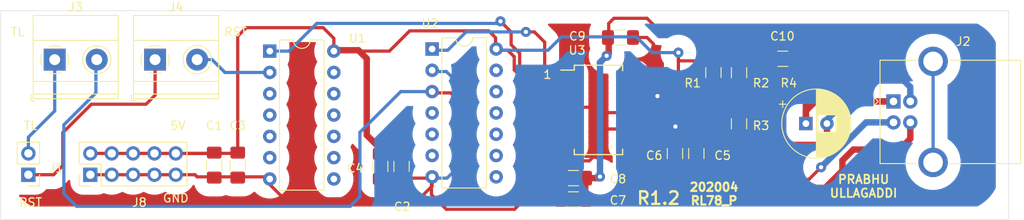
<source format=kicad_pcb>
(kicad_pcb (version 20171130) (host pcbnew "(5.1.9)-1")

  (general
    (thickness 1.6)
    (drawings 21)
    (tracks 247)
    (zones 0)
    (modules 22)
    (nets 15)
  )

  (page A4)
  (title_block
    (title "RL78 FLASH PROGRAMMER")
    (date 2021-05-01)
    (rev V1.2)
    (company "PRABHU ULLAGADDI")
    (comment 1 "1 wire UART Type B Circuit")
    (comment 2 "use Renesas Flash prog GUI")
  )

  (layers
    (0 F.Cu signal)
    (31 B.Cu signal)
    (33 F.Adhes user)
    (35 F.Paste user)
    (37 F.SilkS user)
    (39 F.Mask user)
    (40 Dwgs.User user)
    (41 Cmts.User user)
    (42 Eco1.User user hide)
    (43 Eco2.User user hide)
    (44 Edge.Cuts user)
    (45 Margin user hide)
    (46 B.CrtYd user hide)
    (47 F.CrtYd user hide)
    (49 F.Fab user hide)
  )

  (setup
    (last_trace_width 0.381)
    (user_trace_width 0.381)
    (user_trace_width 0.508)
    (user_trace_width 0.762)
    (user_trace_width 1.27)
    (trace_clearance 0.2)
    (zone_clearance 1.524)
    (zone_45_only yes)
    (trace_min 0.381)
    (via_size 1.2)
    (via_drill 0.5)
    (via_min_size 1.2)
    (via_min_drill 0.5)
    (uvia_size 0.3)
    (uvia_drill 0.1)
    (uvias_allowed no)
    (uvia_min_size 0.2)
    (uvia_min_drill 0.1)
    (edge_width 0.05)
    (segment_width 0.2)
    (pcb_text_width 0.3)
    (pcb_text_size 1.5 1.5)
    (mod_edge_width 0.12)
    (mod_text_size 1 1)
    (mod_text_width 0.15)
    (pad_size 1.524 1.524)
    (pad_drill 0.762)
    (pad_to_mask_clearance 0.051)
    (solder_mask_min_width 0.25)
    (aux_axis_origin 0 0)
    (visible_elements 7FFCFB3F)
    (pcbplotparams
      (layerselection 0x010a8_ffffffff)
      (usegerberextensions false)
      (usegerberattributes false)
      (usegerberadvancedattributes false)
      (creategerberjobfile false)
      (excludeedgelayer true)
      (linewidth 0.100000)
      (plotframeref false)
      (viasonmask false)
      (mode 1)
      (useauxorigin false)
      (hpglpennumber 1)
      (hpglpenspeed 20)
      (hpglpendiameter 15.000000)
      (psnegative false)
      (psa4output false)
      (plotreference true)
      (plotvalue true)
      (plotinvisibletext false)
      (padsonsilk false)
      (subtractmaskfromsilk false)
      (outputformat 1)
      (mirror false)
      (drillshape 0)
      (scaleselection 1)
      (outputdirectory "GERBER/"))
  )

  (net 0 "")
  (net 1 GND)
  (net 2 +5V)
  (net 3 "Net-(C5-Pad1)")
  (net 4 "Net-(J2-Pad2)")
  (net 5 "Net-(J2-Pad3)")
  (net 6 "Net-(J2-Pad5)")
  (net 7 "Net-(R1-Pad2)")
  (net 8 "Net-(C10-Pad1)")
  (net 9 /RTS)
  (net 10 "Net-(U2-Pad1)")
  (net 11 /TL)
  (net 12 /RST)
  (net 13 "Net-(J3-Pad2)")
  (net 14 "Net-(J4-Pad2)")

  (net_class Default "This is the default net class."
    (clearance 0.2)
    (trace_width 0.381)
    (via_dia 1.2)
    (via_drill 0.5)
    (uvia_dia 0.3)
    (uvia_drill 0.1)
    (diff_pair_width 0.381)
    (diff_pair_gap 0.25)
    (add_net +5V)
    (add_net /RST)
    (add_net /RTS)
    (add_net /TL)
    (add_net GND)
    (add_net "Net-(C10-Pad1)")
    (add_net "Net-(C5-Pad1)")
    (add_net "Net-(J2-Pad2)")
    (add_net "Net-(J2-Pad3)")
    (add_net "Net-(J2-Pad5)")
    (add_net "Net-(J3-Pad2)")
    (add_net "Net-(J4-Pad2)")
    (add_net "Net-(R1-Pad2)")
    (add_net "Net-(U2-Pad1)")
  )

  (module Connector_PinHeader_2.54mm:PinHeader_2x05_P2.54mm_Vertical (layer F.Cu) (tedit 59FED5CC) (tstamp 5D474058)
    (at 98.044 70.866 90)
    (descr "Through hole straight pin header, 2x05, 2.54mm pitch, double rows")
    (tags "Through hole pin header THT 2x05 2.54mm double row")
    (path /5DFA830C)
    (fp_text reference J8 (at -3.302 5.842 180) (layer F.SilkS)
      (effects (font (size 1 1) (thickness 0.15)))
    )
    (fp_text value Conn_02x05_Odd_Even (at 1.27 12.49 90) (layer F.Fab)
      (effects (font (size 1 1) (thickness 0.15)))
    )
    (fp_line (start 4.35 -1.8) (end -1.8 -1.8) (layer F.CrtYd) (width 0.05))
    (fp_line (start 4.35 11.95) (end 4.35 -1.8) (layer F.CrtYd) (width 0.05))
    (fp_line (start -1.8 11.95) (end 4.35 11.95) (layer F.CrtYd) (width 0.05))
    (fp_line (start -1.8 -1.8) (end -1.8 11.95) (layer F.CrtYd) (width 0.05))
    (fp_line (start -1.33 -1.33) (end 0 -1.33) (layer F.SilkS) (width 0.12))
    (fp_line (start -1.33 0) (end -1.33 -1.33) (layer F.SilkS) (width 0.12))
    (fp_line (start 1.27 -1.33) (end 3.87 -1.33) (layer F.SilkS) (width 0.12))
    (fp_line (start 1.27 1.27) (end 1.27 -1.33) (layer F.SilkS) (width 0.12))
    (fp_line (start -1.33 1.27) (end 1.27 1.27) (layer F.SilkS) (width 0.12))
    (fp_line (start 3.87 -1.33) (end 3.87 11.49) (layer F.SilkS) (width 0.12))
    (fp_line (start -1.33 1.27) (end -1.33 11.49) (layer F.SilkS) (width 0.12))
    (fp_line (start -1.33 11.49) (end 3.87 11.49) (layer F.SilkS) (width 0.12))
    (fp_line (start -1.27 0) (end 0 -1.27) (layer F.Fab) (width 0.1))
    (fp_line (start -1.27 11.43) (end -1.27 0) (layer F.Fab) (width 0.1))
    (fp_line (start 3.81 11.43) (end -1.27 11.43) (layer F.Fab) (width 0.1))
    (fp_line (start 3.81 -1.27) (end 3.81 11.43) (layer F.Fab) (width 0.1))
    (fp_line (start 0 -1.27) (end 3.81 -1.27) (layer F.Fab) (width 0.1))
    (fp_text user %R (at 1.27 5.08) (layer F.Fab)
      (effects (font (size 1 1) (thickness 0.15)))
    )
    (pad 1 thru_hole rect (at 0 0 90) (size 1.7 1.7) (drill 1) (layers *.Cu *.Mask)
      (net 1 GND))
    (pad 2 thru_hole oval (at 2.54 0 90) (size 1.7 1.7) (drill 1) (layers *.Cu *.Mask)
      (net 2 +5V))
    (pad 3 thru_hole oval (at 0 2.54 90) (size 1.7 1.7) (drill 1) (layers *.Cu *.Mask)
      (net 1 GND))
    (pad 4 thru_hole oval (at 2.54 2.54 90) (size 1.7 1.7) (drill 1) (layers *.Cu *.Mask)
      (net 2 +5V))
    (pad 5 thru_hole oval (at 0 5.08 90) (size 1.7 1.7) (drill 1) (layers *.Cu *.Mask)
      (net 1 GND))
    (pad 6 thru_hole oval (at 2.54 5.08 90) (size 1.7 1.7) (drill 1) (layers *.Cu *.Mask)
      (net 2 +5V))
    (pad 7 thru_hole oval (at 0 7.62 90) (size 1.7 1.7) (drill 1) (layers *.Cu *.Mask)
      (net 1 GND))
    (pad 8 thru_hole oval (at 2.54 7.62 90) (size 1.7 1.7) (drill 1) (layers *.Cu *.Mask)
      (net 2 +5V))
    (pad 9 thru_hole oval (at 0 10.16 90) (size 1.7 1.7) (drill 1) (layers *.Cu *.Mask)
      (net 1 GND))
    (pad 10 thru_hole oval (at 2.54 10.16 90) (size 1.7 1.7) (drill 1) (layers *.Cu *.Mask)
      (net 2 +5V))
    (model ${KISYS3DMOD}/Connector_PinHeader_2.54mm.3dshapes/PinHeader_2x05_P2.54mm_Vertical.wrl
      (at (xyz 0 0 0))
      (scale (xyz 1 1 1))
      (rotate (xyz 0 0 0))
    )
  )

  (module Connector_PinHeader_2.54mm:PinHeader_1x02_P2.54mm_Vertical (layer F.Cu) (tedit 59FED5CC) (tstamp 5D9387B9)
    (at 90.678 70.866 180)
    (descr "Through hole straight pin header, 1x02, 2.54mm pitch, single row")
    (tags "Through hole pin header THT 1x02 2.54mm single row")
    (path /5DA4A282)
    (fp_text reference J1 (at -3.302 0.762) (layer F.SilkS)
      (effects (font (size 1 1) (thickness 0.15)))
    )
    (fp_text value Conn_01x02 (at 0 4.87) (layer F.Fab)
      (effects (font (size 1 1) (thickness 0.15)))
    )
    (fp_line (start 1.8 -1.8) (end -1.8 -1.8) (layer F.CrtYd) (width 0.05))
    (fp_line (start 1.8 4.35) (end 1.8 -1.8) (layer F.CrtYd) (width 0.05))
    (fp_line (start -1.8 4.35) (end 1.8 4.35) (layer F.CrtYd) (width 0.05))
    (fp_line (start -1.8 -1.8) (end -1.8 4.35) (layer F.CrtYd) (width 0.05))
    (fp_line (start -1.33 -1.33) (end 0 -1.33) (layer F.SilkS) (width 0.12))
    (fp_line (start -1.33 0) (end -1.33 -1.33) (layer F.SilkS) (width 0.12))
    (fp_line (start -1.33 1.27) (end 1.33 1.27) (layer F.SilkS) (width 0.12))
    (fp_line (start 1.33 1.27) (end 1.33 3.87) (layer F.SilkS) (width 0.12))
    (fp_line (start -1.33 1.27) (end -1.33 3.87) (layer F.SilkS) (width 0.12))
    (fp_line (start -1.33 3.87) (end 1.33 3.87) (layer F.SilkS) (width 0.12))
    (fp_line (start -1.27 -0.635) (end -0.635 -1.27) (layer F.Fab) (width 0.1))
    (fp_line (start -1.27 3.81) (end -1.27 -0.635) (layer F.Fab) (width 0.1))
    (fp_line (start 1.27 3.81) (end -1.27 3.81) (layer F.Fab) (width 0.1))
    (fp_line (start 1.27 -1.27) (end 1.27 3.81) (layer F.Fab) (width 0.1))
    (fp_line (start -0.635 -1.27) (end 1.27 -1.27) (layer F.Fab) (width 0.1))
    (fp_text user %R (at 0 1.27 90) (layer F.Fab)
      (effects (font (size 1 1) (thickness 0.15)))
    )
    (pad 1 thru_hole rect (at 0 0 180) (size 1.7 1.7) (drill 1) (layers *.Cu *.Mask)
      (net 12 /RST))
    (pad 2 thru_hole oval (at 0 2.54 180) (size 1.7 1.7) (drill 1) (layers *.Cu *.Mask)
      (net 11 /TL))
    (model ${KISYS3DMOD}/Connector_PinHeader_2.54mm.3dshapes/PinHeader_1x02_P2.54mm_Vertical.wrl
      (at (xyz 0 0 0))
      (scale (xyz 1 1 1))
      (rotate (xyz 0 0 0))
    )
  )

  (module Package_DIP:DIP-14_W7.62mm (layer F.Cu) (tedit 5A02E8C5) (tstamp 5D9387DB)
    (at 119.38 56.134)
    (descr "14-lead though-hole mounted DIP package, row spacing 7.62 mm (300 mils)")
    (tags "THT DIP DIL PDIP 2.54mm 7.62mm 300mil")
    (path /5CEC3466)
    (fp_text reference U1 (at 10.414 -1.524) (layer F.SilkS)
      (effects (font (size 1 1) (thickness 0.15)))
    )
    (fp_text value 74LS06 (at 3.81 17.57) (layer F.Fab)
      (effects (font (size 1 1) (thickness 0.15)))
    )
    (fp_line (start 1.635 -1.27) (end 6.985 -1.27) (layer F.Fab) (width 0.1))
    (fp_line (start 6.985 -1.27) (end 6.985 16.51) (layer F.Fab) (width 0.1))
    (fp_line (start 6.985 16.51) (end 0.635 16.51) (layer F.Fab) (width 0.1))
    (fp_line (start 0.635 16.51) (end 0.635 -0.27) (layer F.Fab) (width 0.1))
    (fp_line (start 0.635 -0.27) (end 1.635 -1.27) (layer F.Fab) (width 0.1))
    (fp_line (start 2.81 -1.33) (end 1.16 -1.33) (layer F.SilkS) (width 0.12))
    (fp_line (start 1.16 -1.33) (end 1.16 16.57) (layer F.SilkS) (width 0.12))
    (fp_line (start 1.16 16.57) (end 6.46 16.57) (layer F.SilkS) (width 0.12))
    (fp_line (start 6.46 16.57) (end 6.46 -1.33) (layer F.SilkS) (width 0.12))
    (fp_line (start 6.46 -1.33) (end 4.81 -1.33) (layer F.SilkS) (width 0.12))
    (fp_line (start -1.1 -1.55) (end -1.1 16.8) (layer F.CrtYd) (width 0.05))
    (fp_line (start -1.1 16.8) (end 8.7 16.8) (layer F.CrtYd) (width 0.05))
    (fp_line (start 8.7 16.8) (end 8.7 -1.55) (layer F.CrtYd) (width 0.05))
    (fp_line (start 8.7 -1.55) (end -1.1 -1.55) (layer F.CrtYd) (width 0.05))
    (fp_text user %R (at 3.81 7.62) (layer F.Fab)
      (effects (font (size 1 1) (thickness 0.15)))
    )
    (fp_arc (start 3.81 -1.33) (end 2.81 -1.33) (angle -180) (layer F.SilkS) (width 0.12))
    (pad 14 thru_hole oval (at 7.62 0) (size 1.6 1.6) (drill 0.8) (layers *.Cu *.Mask)
      (net 2 +5V))
    (pad 7 thru_hole oval (at 0 15.24) (size 1.6 1.6) (drill 0.8) (layers *.Cu *.Mask)
      (net 1 GND))
    (pad 13 thru_hole oval (at 7.62 2.54) (size 1.6 1.6) (drill 0.8) (layers *.Cu *.Mask))
    (pad 6 thru_hole oval (at 0 12.7) (size 1.6 1.6) (drill 0.8) (layers *.Cu *.Mask))
    (pad 12 thru_hole oval (at 7.62 5.08) (size 1.6 1.6) (drill 0.8) (layers *.Cu *.Mask))
    (pad 5 thru_hole oval (at 0 10.16) (size 1.6 1.6) (drill 0.8) (layers *.Cu *.Mask))
    (pad 11 thru_hole oval (at 7.62 7.62) (size 1.6 1.6) (drill 0.8) (layers *.Cu *.Mask))
    (pad 4 thru_hole oval (at 0 7.62) (size 1.6 1.6) (drill 0.8) (layers *.Cu *.Mask))
    (pad 10 thru_hole oval (at 7.62 10.16) (size 1.6 1.6) (drill 0.8) (layers *.Cu *.Mask))
    (pad 3 thru_hole oval (at 0 5.08) (size 1.6 1.6) (drill 0.8) (layers *.Cu *.Mask))
    (pad 9 thru_hole oval (at 7.62 12.7) (size 1.6 1.6) (drill 0.8) (layers *.Cu *.Mask))
    (pad 2 thru_hole oval (at 0 2.54) (size 1.6 1.6) (drill 0.8) (layers *.Cu *.Mask)
      (net 14 "Net-(J4-Pad2)"))
    (pad 8 thru_hole oval (at 7.62 15.24) (size 1.6 1.6) (drill 0.8) (layers *.Cu *.Mask))
    (pad 1 thru_hole rect (at 0 0) (size 1.6 1.6) (drill 0.8) (layers *.Cu *.Mask)
      (net 9 /RTS))
    (model ${KISYS3DMOD}/Package_DIP.3dshapes/DIP-14_W7.62mm.wrl
      (at (xyz 0 0 0))
      (scale (xyz 1 1 1))
      (rotate (xyz 0 0 0))
    )
  )

  (module Package_DIP:DIP-14_W7.62mm (layer F.Cu) (tedit 5A02E8C5) (tstamp 5D9387FD)
    (at 138.684 55.88)
    (descr "14-lead though-hole mounted DIP package, row spacing 7.62 mm (300 mils)")
    (tags "THT DIP DIL PDIP 2.54mm 7.62mm 300mil")
    (path /5CEC211D)
    (fp_text reference U2 (at -0.254 -3.048) (layer F.SilkS)
      (effects (font (size 1 1) (thickness 0.15)))
    )
    (fp_text value 74LS125 (at 3.81 17.57) (layer F.Fab)
      (effects (font (size 1 1) (thickness 0.15)))
    )
    (fp_line (start 8.7 -1.55) (end -1.1 -1.55) (layer F.CrtYd) (width 0.05))
    (fp_line (start 8.7 16.8) (end 8.7 -1.55) (layer F.CrtYd) (width 0.05))
    (fp_line (start -1.1 16.8) (end 8.7 16.8) (layer F.CrtYd) (width 0.05))
    (fp_line (start -1.1 -1.55) (end -1.1 16.8) (layer F.CrtYd) (width 0.05))
    (fp_line (start 6.46 -1.33) (end 4.81 -1.33) (layer F.SilkS) (width 0.12))
    (fp_line (start 6.46 16.57) (end 6.46 -1.33) (layer F.SilkS) (width 0.12))
    (fp_line (start 1.16 16.57) (end 6.46 16.57) (layer F.SilkS) (width 0.12))
    (fp_line (start 1.16 -1.33) (end 1.16 16.57) (layer F.SilkS) (width 0.12))
    (fp_line (start 2.81 -1.33) (end 1.16 -1.33) (layer F.SilkS) (width 0.12))
    (fp_line (start 0.635 -0.27) (end 1.635 -1.27) (layer F.Fab) (width 0.1))
    (fp_line (start 0.635 16.51) (end 0.635 -0.27) (layer F.Fab) (width 0.1))
    (fp_line (start 6.985 16.51) (end 0.635 16.51) (layer F.Fab) (width 0.1))
    (fp_line (start 6.985 -1.27) (end 6.985 16.51) (layer F.Fab) (width 0.1))
    (fp_line (start 1.635 -1.27) (end 6.985 -1.27) (layer F.Fab) (width 0.1))
    (fp_arc (start 3.81 -1.33) (end 2.81 -1.33) (angle -180) (layer F.SilkS) (width 0.12))
    (fp_text user %R (at 3.81 7.62) (layer F.Fab)
      (effects (font (size 1 1) (thickness 0.15)))
    )
    (pad 1 thru_hole rect (at 0 0) (size 1.6 1.6) (drill 0.8) (layers *.Cu *.Mask)
      (net 10 "Net-(U2-Pad1)"))
    (pad 8 thru_hole oval (at 7.62 15.24) (size 1.6 1.6) (drill 0.8) (layers *.Cu *.Mask))
    (pad 2 thru_hole oval (at 0 2.54) (size 1.6 1.6) (drill 0.8) (layers *.Cu *.Mask)
      (net 1 GND))
    (pad 9 thru_hole oval (at 7.62 12.7) (size 1.6 1.6) (drill 0.8) (layers *.Cu *.Mask))
    (pad 3 thru_hole oval (at 0 5.08) (size 1.6 1.6) (drill 0.8) (layers *.Cu *.Mask)
      (net 13 "Net-(J3-Pad2)"))
    (pad 10 thru_hole oval (at 7.62 10.16) (size 1.6 1.6) (drill 0.8) (layers *.Cu *.Mask))
    (pad 4 thru_hole oval (at 0 7.62) (size 1.6 1.6) (drill 0.8) (layers *.Cu *.Mask))
    (pad 11 thru_hole oval (at 7.62 7.62) (size 1.6 1.6) (drill 0.8) (layers *.Cu *.Mask))
    (pad 5 thru_hole oval (at 0 10.16) (size 1.6 1.6) (drill 0.8) (layers *.Cu *.Mask))
    (pad 12 thru_hole oval (at 7.62 5.08) (size 1.6 1.6) (drill 0.8) (layers *.Cu *.Mask))
    (pad 6 thru_hole oval (at 0 12.7) (size 1.6 1.6) (drill 0.8) (layers *.Cu *.Mask))
    (pad 13 thru_hole oval (at 7.62 2.54) (size 1.6 1.6) (drill 0.8) (layers *.Cu *.Mask))
    (pad 7 thru_hole oval (at 0 15.24) (size 1.6 1.6) (drill 0.8) (layers *.Cu *.Mask)
      (net 1 GND))
    (pad 14 thru_hole oval (at 7.62 0) (size 1.6 1.6) (drill 0.8) (layers *.Cu *.Mask)
      (net 2 +5V))
    (model ${KISYS3DMOD}/Package_DIP.3dshapes/DIP-14_W7.62mm.wrl
      (at (xyz 0 0 0))
      (scale (xyz 1 1 1))
      (rotate (xyz 0 0 0))
    )
  )

  (module Capacitor_THT:CP_Radial_D8.0mm_P2.50mm (layer F.Cu) (tedit 5AE50EF0) (tstamp 5D938CEC)
    (at 183.134 64.77)
    (descr "CP, Radial series, Radial, pin pitch=2.50mm, , diameter=8mm, Electrolytic Capacitor")
    (tags "CP Radial series Radial pin pitch 2.50mm  diameter 8mm Electrolytic Capacitor")
    (path /5D374A23)
    (fp_text reference C10 (at -2.794 -10.414) (layer F.SilkS)
      (effects (font (size 1 1) (thickness 0.15)))
    )
    (fp_text value 47uF (at 1.25 5.25) (layer F.Fab)
      (effects (font (size 1 1) (thickness 0.15)))
    )
    (fp_line (start -2.759698 -2.715) (end -2.759698 -1.915) (layer F.SilkS) (width 0.12))
    (fp_line (start -3.159698 -2.315) (end -2.359698 -2.315) (layer F.SilkS) (width 0.12))
    (fp_line (start 5.331 -0.533) (end 5.331 0.533) (layer F.SilkS) (width 0.12))
    (fp_line (start 5.291 -0.768) (end 5.291 0.768) (layer F.SilkS) (width 0.12))
    (fp_line (start 5.251 -0.948) (end 5.251 0.948) (layer F.SilkS) (width 0.12))
    (fp_line (start 5.211 -1.098) (end 5.211 1.098) (layer F.SilkS) (width 0.12))
    (fp_line (start 5.171 -1.229) (end 5.171 1.229) (layer F.SilkS) (width 0.12))
    (fp_line (start 5.131 -1.346) (end 5.131 1.346) (layer F.SilkS) (width 0.12))
    (fp_line (start 5.091 -1.453) (end 5.091 1.453) (layer F.SilkS) (width 0.12))
    (fp_line (start 5.051 -1.552) (end 5.051 1.552) (layer F.SilkS) (width 0.12))
    (fp_line (start 5.011 -1.645) (end 5.011 1.645) (layer F.SilkS) (width 0.12))
    (fp_line (start 4.971 -1.731) (end 4.971 1.731) (layer F.SilkS) (width 0.12))
    (fp_line (start 4.931 -1.813) (end 4.931 1.813) (layer F.SilkS) (width 0.12))
    (fp_line (start 4.891 -1.89) (end 4.891 1.89) (layer F.SilkS) (width 0.12))
    (fp_line (start 4.851 -1.964) (end 4.851 1.964) (layer F.SilkS) (width 0.12))
    (fp_line (start 4.811 -2.034) (end 4.811 2.034) (layer F.SilkS) (width 0.12))
    (fp_line (start 4.771 -2.102) (end 4.771 2.102) (layer F.SilkS) (width 0.12))
    (fp_line (start 4.731 -2.166) (end 4.731 2.166) (layer F.SilkS) (width 0.12))
    (fp_line (start 4.691 -2.228) (end 4.691 2.228) (layer F.SilkS) (width 0.12))
    (fp_line (start 4.651 -2.287) (end 4.651 2.287) (layer F.SilkS) (width 0.12))
    (fp_line (start 4.611 -2.345) (end 4.611 2.345) (layer F.SilkS) (width 0.12))
    (fp_line (start 4.571 -2.4) (end 4.571 2.4) (layer F.SilkS) (width 0.12))
    (fp_line (start 4.531 -2.454) (end 4.531 2.454) (layer F.SilkS) (width 0.12))
    (fp_line (start 4.491 -2.505) (end 4.491 2.505) (layer F.SilkS) (width 0.12))
    (fp_line (start 4.451 -2.556) (end 4.451 2.556) (layer F.SilkS) (width 0.12))
    (fp_line (start 4.411 -2.604) (end 4.411 2.604) (layer F.SilkS) (width 0.12))
    (fp_line (start 4.371 -2.651) (end 4.371 2.651) (layer F.SilkS) (width 0.12))
    (fp_line (start 4.331 -2.697) (end 4.331 2.697) (layer F.SilkS) (width 0.12))
    (fp_line (start 4.291 -2.741) (end 4.291 2.741) (layer F.SilkS) (width 0.12))
    (fp_line (start 4.251 -2.784) (end 4.251 2.784) (layer F.SilkS) (width 0.12))
    (fp_line (start 4.211 -2.826) (end 4.211 2.826) (layer F.SilkS) (width 0.12))
    (fp_line (start 4.171 -2.867) (end 4.171 2.867) (layer F.SilkS) (width 0.12))
    (fp_line (start 4.131 -2.907) (end 4.131 2.907) (layer F.SilkS) (width 0.12))
    (fp_line (start 4.091 -2.945) (end 4.091 2.945) (layer F.SilkS) (width 0.12))
    (fp_line (start 4.051 -2.983) (end 4.051 2.983) (layer F.SilkS) (width 0.12))
    (fp_line (start 4.011 -3.019) (end 4.011 3.019) (layer F.SilkS) (width 0.12))
    (fp_line (start 3.971 -3.055) (end 3.971 3.055) (layer F.SilkS) (width 0.12))
    (fp_line (start 3.931 -3.09) (end 3.931 3.09) (layer F.SilkS) (width 0.12))
    (fp_line (start 3.891 -3.124) (end 3.891 3.124) (layer F.SilkS) (width 0.12))
    (fp_line (start 3.851 -3.156) (end 3.851 3.156) (layer F.SilkS) (width 0.12))
    (fp_line (start 3.811 -3.189) (end 3.811 3.189) (layer F.SilkS) (width 0.12))
    (fp_line (start 3.771 -3.22) (end 3.771 3.22) (layer F.SilkS) (width 0.12))
    (fp_line (start 3.731 -3.25) (end 3.731 3.25) (layer F.SilkS) (width 0.12))
    (fp_line (start 3.691 -3.28) (end 3.691 3.28) (layer F.SilkS) (width 0.12))
    (fp_line (start 3.651 -3.309) (end 3.651 3.309) (layer F.SilkS) (width 0.12))
    (fp_line (start 3.611 -3.338) (end 3.611 3.338) (layer F.SilkS) (width 0.12))
    (fp_line (start 3.571 -3.365) (end 3.571 3.365) (layer F.SilkS) (width 0.12))
    (fp_line (start 3.531 1.04) (end 3.531 3.392) (layer F.SilkS) (width 0.12))
    (fp_line (start 3.531 -3.392) (end 3.531 -1.04) (layer F.SilkS) (width 0.12))
    (fp_line (start 3.491 1.04) (end 3.491 3.418) (layer F.SilkS) (width 0.12))
    (fp_line (start 3.491 -3.418) (end 3.491 -1.04) (layer F.SilkS) (width 0.12))
    (fp_line (start 3.451 1.04) (end 3.451 3.444) (layer F.SilkS) (width 0.12))
    (fp_line (start 3.451 -3.444) (end 3.451 -1.04) (layer F.SilkS) (width 0.12))
    (fp_line (start 3.411 1.04) (end 3.411 3.469) (layer F.SilkS) (width 0.12))
    (fp_line (start 3.411 -3.469) (end 3.411 -1.04) (layer F.SilkS) (width 0.12))
    (fp_line (start 3.371 1.04) (end 3.371 3.493) (layer F.SilkS) (width 0.12))
    (fp_line (start 3.371 -3.493) (end 3.371 -1.04) (layer F.SilkS) (width 0.12))
    (fp_line (start 3.331 1.04) (end 3.331 3.517) (layer F.SilkS) (width 0.12))
    (fp_line (start 3.331 -3.517) (end 3.331 -1.04) (layer F.SilkS) (width 0.12))
    (fp_line (start 3.291 1.04) (end 3.291 3.54) (layer F.SilkS) (width 0.12))
    (fp_line (start 3.291 -3.54) (end 3.291 -1.04) (layer F.SilkS) (width 0.12))
    (fp_line (start 3.251 1.04) (end 3.251 3.562) (layer F.SilkS) (width 0.12))
    (fp_line (start 3.251 -3.562) (end 3.251 -1.04) (layer F.SilkS) (width 0.12))
    (fp_line (start 3.211 1.04) (end 3.211 3.584) (layer F.SilkS) (width 0.12))
    (fp_line (start 3.211 -3.584) (end 3.211 -1.04) (layer F.SilkS) (width 0.12))
    (fp_line (start 3.171 1.04) (end 3.171 3.606) (layer F.SilkS) (width 0.12))
    (fp_line (start 3.171 -3.606) (end 3.171 -1.04) (layer F.SilkS) (width 0.12))
    (fp_line (start 3.131 1.04) (end 3.131 3.627) (layer F.SilkS) (width 0.12))
    (fp_line (start 3.131 -3.627) (end 3.131 -1.04) (layer F.SilkS) (width 0.12))
    (fp_line (start 3.091 1.04) (end 3.091 3.647) (layer F.SilkS) (width 0.12))
    (fp_line (start 3.091 -3.647) (end 3.091 -1.04) (layer F.SilkS) (width 0.12))
    (fp_line (start 3.051 1.04) (end 3.051 3.666) (layer F.SilkS) (width 0.12))
    (fp_line (start 3.051 -3.666) (end 3.051 -1.04) (layer F.SilkS) (width 0.12))
    (fp_line (start 3.011 1.04) (end 3.011 3.686) (layer F.SilkS) (width 0.12))
    (fp_line (start 3.011 -3.686) (end 3.011 -1.04) (layer F.SilkS) (width 0.12))
    (fp_line (start 2.971 1.04) (end 2.971 3.704) (layer F.SilkS) (width 0.12))
    (fp_line (start 2.971 -3.704) (end 2.971 -1.04) (layer F.SilkS) (width 0.12))
    (fp_line (start 2.931 1.04) (end 2.931 3.722) (layer F.SilkS) (width 0.12))
    (fp_line (start 2.931 -3.722) (end 2.931 -1.04) (layer F.SilkS) (width 0.12))
    (fp_line (start 2.891 1.04) (end 2.891 3.74) (layer F.SilkS) (width 0.12))
    (fp_line (start 2.891 -3.74) (end 2.891 -1.04) (layer F.SilkS) (width 0.12))
    (fp_line (start 2.851 1.04) (end 2.851 3.757) (layer F.SilkS) (width 0.12))
    (fp_line (start 2.851 -3.757) (end 2.851 -1.04) (layer F.SilkS) (width 0.12))
    (fp_line (start 2.811 1.04) (end 2.811 3.774) (layer F.SilkS) (width 0.12))
    (fp_line (start 2.811 -3.774) (end 2.811 -1.04) (layer F.SilkS) (width 0.12))
    (fp_line (start 2.771 1.04) (end 2.771 3.79) (layer F.SilkS) (width 0.12))
    (fp_line (start 2.771 -3.79) (end 2.771 -1.04) (layer F.SilkS) (width 0.12))
    (fp_line (start 2.731 1.04) (end 2.731 3.805) (layer F.SilkS) (width 0.12))
    (fp_line (start 2.731 -3.805) (end 2.731 -1.04) (layer F.SilkS) (width 0.12))
    (fp_line (start 2.691 1.04) (end 2.691 3.821) (layer F.SilkS) (width 0.12))
    (fp_line (start 2.691 -3.821) (end 2.691 -1.04) (layer F.SilkS) (width 0.12))
    (fp_line (start 2.651 1.04) (end 2.651 3.835) (layer F.SilkS) (width 0.12))
    (fp_line (start 2.651 -3.835) (end 2.651 -1.04) (layer F.SilkS) (width 0.12))
    (fp_line (start 2.611 1.04) (end 2.611 3.85) (layer F.SilkS) (width 0.12))
    (fp_line (start 2.611 -3.85) (end 2.611 -1.04) (layer F.SilkS) (width 0.12))
    (fp_line (start 2.571 1.04) (end 2.571 3.863) (layer F.SilkS) (width 0.12))
    (fp_line (start 2.571 -3.863) (end 2.571 -1.04) (layer F.SilkS) (width 0.12))
    (fp_line (start 2.531 1.04) (end 2.531 3.877) (layer F.SilkS) (width 0.12))
    (fp_line (start 2.531 -3.877) (end 2.531 -1.04) (layer F.SilkS) (width 0.12))
    (fp_line (start 2.491 1.04) (end 2.491 3.889) (layer F.SilkS) (width 0.12))
    (fp_line (start 2.491 -3.889) (end 2.491 -1.04) (layer F.SilkS) (width 0.12))
    (fp_line (start 2.451 1.04) (end 2.451 3.902) (layer F.SilkS) (width 0.12))
    (fp_line (start 2.451 -3.902) (end 2.451 -1.04) (layer F.SilkS) (width 0.12))
    (fp_line (start 2.411 1.04) (end 2.411 3.914) (layer F.SilkS) (width 0.12))
    (fp_line (start 2.411 -3.914) (end 2.411 -1.04) (layer F.SilkS) (width 0.12))
    (fp_line (start 2.371 1.04) (end 2.371 3.925) (layer F.SilkS) (width 0.12))
    (fp_line (start 2.371 -3.925) (end 2.371 -1.04) (layer F.SilkS) (width 0.12))
    (fp_line (start 2.331 1.04) (end 2.331 3.936) (layer F.SilkS) (width 0.12))
    (fp_line (start 2.331 -3.936) (end 2.331 -1.04) (layer F.SilkS) (width 0.12))
    (fp_line (start 2.291 1.04) (end 2.291 3.947) (layer F.SilkS) (width 0.12))
    (fp_line (start 2.291 -3.947) (end 2.291 -1.04) (layer F.SilkS) (width 0.12))
    (fp_line (start 2.251 1.04) (end 2.251 3.957) (layer F.SilkS) (width 0.12))
    (fp_line (start 2.251 -3.957) (end 2.251 -1.04) (layer F.SilkS) (width 0.12))
    (fp_line (start 2.211 1.04) (end 2.211 3.967) (layer F.SilkS) (width 0.12))
    (fp_line (start 2.211 -3.967) (end 2.211 -1.04) (layer F.SilkS) (width 0.12))
    (fp_line (start 2.171 1.04) (end 2.171 3.976) (layer F.SilkS) (width 0.12))
    (fp_line (start 2.171 -3.976) (end 2.171 -1.04) (layer F.SilkS) (width 0.12))
    (fp_line (start 2.131 1.04) (end 2.131 3.985) (layer F.SilkS) (width 0.12))
    (fp_line (start 2.131 -3.985) (end 2.131 -1.04) (layer F.SilkS) (width 0.12))
    (fp_line (start 2.091 1.04) (end 2.091 3.994) (layer F.SilkS) (width 0.12))
    (fp_line (start 2.091 -3.994) (end 2.091 -1.04) (layer F.SilkS) (width 0.12))
    (fp_line (start 2.051 1.04) (end 2.051 4.002) (layer F.SilkS) (width 0.12))
    (fp_line (start 2.051 -4.002) (end 2.051 -1.04) (layer F.SilkS) (width 0.12))
    (fp_line (start 2.011 1.04) (end 2.011 4.01) (layer F.SilkS) (width 0.12))
    (fp_line (start 2.011 -4.01) (end 2.011 -1.04) (layer F.SilkS) (width 0.12))
    (fp_line (start 1.971 1.04) (end 1.971 4.017) (layer F.SilkS) (width 0.12))
    (fp_line (start 1.971 -4.017) (end 1.971 -1.04) (layer F.SilkS) (width 0.12))
    (fp_line (start 1.93 1.04) (end 1.93 4.024) (layer F.SilkS) (width 0.12))
    (fp_line (start 1.93 -4.024) (end 1.93 -1.04) (layer F.SilkS) (width 0.12))
    (fp_line (start 1.89 1.04) (end 1.89 4.03) (layer F.SilkS) (width 0.12))
    (fp_line (start 1.89 -4.03) (end 1.89 -1.04) (layer F.SilkS) (width 0.12))
    (fp_line (start 1.85 1.04) (end 1.85 4.037) (layer F.SilkS) (width 0.12))
    (fp_line (start 1.85 -4.037) (end 1.85 -1.04) (layer F.SilkS) (width 0.12))
    (fp_line (start 1.81 1.04) (end 1.81 4.042) (layer F.SilkS) (width 0.12))
    (fp_line (start 1.81 -4.042) (end 1.81 -1.04) (layer F.SilkS) (width 0.12))
    (fp_line (start 1.77 1.04) (end 1.77 4.048) (layer F.SilkS) (width 0.12))
    (fp_line (start 1.77 -4.048) (end 1.77 -1.04) (layer F.SilkS) (width 0.12))
    (fp_line (start 1.73 1.04) (end 1.73 4.052) (layer F.SilkS) (width 0.12))
    (fp_line (start 1.73 -4.052) (end 1.73 -1.04) (layer F.SilkS) (width 0.12))
    (fp_line (start 1.69 1.04) (end 1.69 4.057) (layer F.SilkS) (width 0.12))
    (fp_line (start 1.69 -4.057) (end 1.69 -1.04) (layer F.SilkS) (width 0.12))
    (fp_line (start 1.65 1.04) (end 1.65 4.061) (layer F.SilkS) (width 0.12))
    (fp_line (start 1.65 -4.061) (end 1.65 -1.04) (layer F.SilkS) (width 0.12))
    (fp_line (start 1.61 1.04) (end 1.61 4.065) (layer F.SilkS) (width 0.12))
    (fp_line (start 1.61 -4.065) (end 1.61 -1.04) (layer F.SilkS) (width 0.12))
    (fp_line (start 1.57 1.04) (end 1.57 4.068) (layer F.SilkS) (width 0.12))
    (fp_line (start 1.57 -4.068) (end 1.57 -1.04) (layer F.SilkS) (width 0.12))
    (fp_line (start 1.53 1.04) (end 1.53 4.071) (layer F.SilkS) (width 0.12))
    (fp_line (start 1.53 -4.071) (end 1.53 -1.04) (layer F.SilkS) (width 0.12))
    (fp_line (start 1.49 1.04) (end 1.49 4.074) (layer F.SilkS) (width 0.12))
    (fp_line (start 1.49 -4.074) (end 1.49 -1.04) (layer F.SilkS) (width 0.12))
    (fp_line (start 1.45 -4.076) (end 1.45 4.076) (layer F.SilkS) (width 0.12))
    (fp_line (start 1.41 -4.077) (end 1.41 4.077) (layer F.SilkS) (width 0.12))
    (fp_line (start 1.37 -4.079) (end 1.37 4.079) (layer F.SilkS) (width 0.12))
    (fp_line (start 1.33 -4.08) (end 1.33 4.08) (layer F.SilkS) (width 0.12))
    (fp_line (start 1.29 -4.08) (end 1.29 4.08) (layer F.SilkS) (width 0.12))
    (fp_line (start 1.25 -4.08) (end 1.25 4.08) (layer F.SilkS) (width 0.12))
    (fp_line (start -1.776759 -2.1475) (end -1.776759 -1.3475) (layer F.Fab) (width 0.1))
    (fp_line (start -2.176759 -1.7475) (end -1.376759 -1.7475) (layer F.Fab) (width 0.1))
    (fp_circle (center 1.25 0) (end 5.5 0) (layer F.CrtYd) (width 0.05))
    (fp_circle (center 1.25 0) (end 5.37 0) (layer F.SilkS) (width 0.12))
    (fp_circle (center 1.25 0) (end 5.25 0) (layer F.Fab) (width 0.1))
    (fp_text user %R (at 1.25 0) (layer F.Fab)
      (effects (font (size 1 1) (thickness 0.15)))
    )
    (pad 1 thru_hole rect (at 0 0) (size 1.6 1.6) (drill 0.8) (layers *.Cu *.Mask)
      (net 8 "Net-(C10-Pad1)"))
    (pad 2 thru_hole circle (at 2.5 0) (size 1.6 1.6) (drill 0.8) (layers *.Cu *.Mask)
      (net 1 GND))
    (model ${KISYS3DMOD}/Capacitor_THT.3dshapes/CP_Radial_D8.0mm_P2.50mm.wrl
      (at (xyz 0 0 0))
      (scale (xyz 1 1 1))
      (rotate (xyz 0 0 0))
    )
  )

  (module Capacitor_SMD:C_1206_3216Metric_Pad1.42x1.75mm_HandSolder (layer F.Cu) (tedit 5B301BBE) (tstamp 5D93A40F)
    (at 112.776 69.72 270)
    (descr "Capacitor SMD 1206 (3216 Metric), square (rectangular) end terminal, IPC_7351 nominal with elongated pad for handsoldering. (Body size source: http://www.tortai-tech.com/upload/download/2011102023233369053.pdf), generated with kicad-footprint-generator")
    (tags "capacitor handsolder")
    (path /5CEC3CFE)
    (attr smd)
    (fp_text reference C1 (at -4.696 0 180) (layer F.SilkS)
      (effects (font (size 1 1) (thickness 0.15)))
    )
    (fp_text value 0.1uF (at 0 1.82 90) (layer F.Fab)
      (effects (font (size 1 1) (thickness 0.15)))
    )
    (fp_line (start 2.45 1.12) (end -2.45 1.12) (layer F.CrtYd) (width 0.05))
    (fp_line (start 2.45 -1.12) (end 2.45 1.12) (layer F.CrtYd) (width 0.05))
    (fp_line (start -2.45 -1.12) (end 2.45 -1.12) (layer F.CrtYd) (width 0.05))
    (fp_line (start -2.45 1.12) (end -2.45 -1.12) (layer F.CrtYd) (width 0.05))
    (fp_line (start -0.602064 0.91) (end 0.602064 0.91) (layer F.SilkS) (width 0.12))
    (fp_line (start -0.602064 -0.91) (end 0.602064 -0.91) (layer F.SilkS) (width 0.12))
    (fp_line (start 1.6 0.8) (end -1.6 0.8) (layer F.Fab) (width 0.1))
    (fp_line (start 1.6 -0.8) (end 1.6 0.8) (layer F.Fab) (width 0.1))
    (fp_line (start -1.6 -0.8) (end 1.6 -0.8) (layer F.Fab) (width 0.1))
    (fp_line (start -1.6 0.8) (end -1.6 -0.8) (layer F.Fab) (width 0.1))
    (fp_text user %R (at 0 0 90) (layer F.Fab)
      (effects (font (size 0.8 0.8) (thickness 0.12)))
    )
    (pad 1 smd roundrect (at -1.4875 0 270) (size 1.425 1.75) (layers F.Cu F.Paste F.Mask) (roundrect_rratio 0.175439)
      (net 2 +5V))
    (pad 2 smd roundrect (at 1.4875 0 270) (size 1.425 1.75) (layers F.Cu F.Paste F.Mask) (roundrect_rratio 0.175439)
      (net 1 GND))
    (model ${KISYS3DMOD}/Capacitor_SMD.3dshapes/C_1206_3216Metric.wrl
      (at (xyz 0 0 0))
      (scale (xyz 1 1 1))
      (rotate (xyz 0 0 0))
    )
  )

  (module Capacitor_SMD:C_1206_3216Metric_Pad1.42x1.75mm_HandSolder (layer F.Cu) (tedit 5B301BBE) (tstamp 5D93A41F)
    (at 135.0518 69.8724 270)
    (descr "Capacitor SMD 1206 (3216 Metric), square (rectangular) end terminal, IPC_7351 nominal with elongated pad for handsoldering. (Body size source: http://www.tortai-tech.com/upload/download/2011102023233369053.pdf), generated with kicad-footprint-generator")
    (tags "capacitor handsolder")
    (path /5CEC3DF4)
    (attr smd)
    (fp_text reference C2 (at 4.8036 -0.0762 180) (layer F.SilkS)
      (effects (font (size 1 1) (thickness 0.15)))
    )
    (fp_text value 0.1uF (at 0 1.82 90) (layer F.Fab)
      (effects (font (size 1 1) (thickness 0.15)))
    )
    (fp_line (start 2.45 1.12) (end -2.45 1.12) (layer F.CrtYd) (width 0.05))
    (fp_line (start 2.45 -1.12) (end 2.45 1.12) (layer F.CrtYd) (width 0.05))
    (fp_line (start -2.45 -1.12) (end 2.45 -1.12) (layer F.CrtYd) (width 0.05))
    (fp_line (start -2.45 1.12) (end -2.45 -1.12) (layer F.CrtYd) (width 0.05))
    (fp_line (start -0.602064 0.91) (end 0.602064 0.91) (layer F.SilkS) (width 0.12))
    (fp_line (start -0.602064 -0.91) (end 0.602064 -0.91) (layer F.SilkS) (width 0.12))
    (fp_line (start 1.6 0.8) (end -1.6 0.8) (layer F.Fab) (width 0.1))
    (fp_line (start 1.6 -0.8) (end 1.6 0.8) (layer F.Fab) (width 0.1))
    (fp_line (start -1.6 -0.8) (end 1.6 -0.8) (layer F.Fab) (width 0.1))
    (fp_line (start -1.6 0.8) (end -1.6 -0.8) (layer F.Fab) (width 0.1))
    (fp_text user %R (at 0 0 90) (layer F.Fab)
      (effects (font (size 0.8 0.8) (thickness 0.12)))
    )
    (pad 1 smd roundrect (at -1.4875 0 270) (size 1.425 1.75) (layers F.Cu F.Paste F.Mask) (roundrect_rratio 0.175439)
      (net 2 +5V))
    (pad 2 smd roundrect (at 1.4875 0 270) (size 1.425 1.75) (layers F.Cu F.Paste F.Mask) (roundrect_rratio 0.175439)
      (net 1 GND))
    (model ${KISYS3DMOD}/Capacitor_SMD.3dshapes/C_1206_3216Metric.wrl
      (at (xyz 0 0 0))
      (scale (xyz 1 1 1))
      (rotate (xyz 0 0 0))
    )
  )

  (module Capacitor_SMD:C_1206_3216Metric_Pad1.42x1.75mm_HandSolder (layer F.Cu) (tedit 5B301BBE) (tstamp 5D93A42F)
    (at 115.57 69.72 270)
    (descr "Capacitor SMD 1206 (3216 Metric), square (rectangular) end terminal, IPC_7351 nominal with elongated pad for handsoldering. (Body size source: http://www.tortai-tech.com/upload/download/2011102023233369053.pdf), generated with kicad-footprint-generator")
    (tags "capacitor handsolder")
    (path /5CEC3BF1)
    (attr smd)
    (fp_text reference C3 (at -4.696 0 180) (layer F.SilkS)
      (effects (font (size 1 1) (thickness 0.15)))
    )
    (fp_text value 1uF (at 0 1.82 90) (layer F.Fab)
      (effects (font (size 1 1) (thickness 0.15)))
    )
    (fp_line (start -1.6 0.8) (end -1.6 -0.8) (layer F.Fab) (width 0.1))
    (fp_line (start -1.6 -0.8) (end 1.6 -0.8) (layer F.Fab) (width 0.1))
    (fp_line (start 1.6 -0.8) (end 1.6 0.8) (layer F.Fab) (width 0.1))
    (fp_line (start 1.6 0.8) (end -1.6 0.8) (layer F.Fab) (width 0.1))
    (fp_line (start -0.602064 -0.91) (end 0.602064 -0.91) (layer F.SilkS) (width 0.12))
    (fp_line (start -0.602064 0.91) (end 0.602064 0.91) (layer F.SilkS) (width 0.12))
    (fp_line (start -2.45 1.12) (end -2.45 -1.12) (layer F.CrtYd) (width 0.05))
    (fp_line (start -2.45 -1.12) (end 2.45 -1.12) (layer F.CrtYd) (width 0.05))
    (fp_line (start 2.45 -1.12) (end 2.45 1.12) (layer F.CrtYd) (width 0.05))
    (fp_line (start 2.45 1.12) (end -2.45 1.12) (layer F.CrtYd) (width 0.05))
    (fp_text user %R (at 0 0 90) (layer F.Fab)
      (effects (font (size 0.8 0.8) (thickness 0.12)))
    )
    (pad 2 smd roundrect (at 1.4875 0 270) (size 1.425 1.75) (layers F.Cu F.Paste F.Mask) (roundrect_rratio 0.175439)
      (net 1 GND))
    (pad 1 smd roundrect (at -1.4875 0 270) (size 1.425 1.75) (layers F.Cu F.Paste F.Mask) (roundrect_rratio 0.175439)
      (net 2 +5V))
    (model ${KISYS3DMOD}/Capacitor_SMD.3dshapes/C_1206_3216Metric.wrl
      (at (xyz 0 0 0))
      (scale (xyz 1 1 1))
      (rotate (xyz 0 0 0))
    )
  )

  (module Capacitor_SMD:C_1206_3216Metric_Pad1.42x1.75mm_HandSolder (layer F.Cu) (tedit 5B301BBE) (tstamp 5D93A43F)
    (at 132.5118 69.8724 270)
    (descr "Capacitor SMD 1206 (3216 Metric), square (rectangular) end terminal, IPC_7351 nominal with elongated pad for handsoldering. (Body size source: http://www.tortai-tech.com/upload/download/2011102023233369053.pdf), generated with kicad-footprint-generator")
    (tags "capacitor handsolder")
    (path /5CEC3D3C)
    (attr smd)
    (fp_text reference C4 (at 0.2316 2.9718 180) (layer F.SilkS)
      (effects (font (size 1 1) (thickness 0.15)))
    )
    (fp_text value 1uF (at 0 1.82 90) (layer F.Fab)
      (effects (font (size 1 1) (thickness 0.15)))
    )
    (fp_line (start 2.45 1.12) (end -2.45 1.12) (layer F.CrtYd) (width 0.05))
    (fp_line (start 2.45 -1.12) (end 2.45 1.12) (layer F.CrtYd) (width 0.05))
    (fp_line (start -2.45 -1.12) (end 2.45 -1.12) (layer F.CrtYd) (width 0.05))
    (fp_line (start -2.45 1.12) (end -2.45 -1.12) (layer F.CrtYd) (width 0.05))
    (fp_line (start -0.602064 0.91) (end 0.602064 0.91) (layer F.SilkS) (width 0.12))
    (fp_line (start -0.602064 -0.91) (end 0.602064 -0.91) (layer F.SilkS) (width 0.12))
    (fp_line (start 1.6 0.8) (end -1.6 0.8) (layer F.Fab) (width 0.1))
    (fp_line (start 1.6 -0.8) (end 1.6 0.8) (layer F.Fab) (width 0.1))
    (fp_line (start -1.6 -0.8) (end 1.6 -0.8) (layer F.Fab) (width 0.1))
    (fp_line (start -1.6 0.8) (end -1.6 -0.8) (layer F.Fab) (width 0.1))
    (fp_text user %R (at 0 0 90) (layer F.Fab)
      (effects (font (size 0.8 0.8) (thickness 0.12)))
    )
    (pad 1 smd roundrect (at -1.4875 0 270) (size 1.425 1.75) (layers F.Cu F.Paste F.Mask) (roundrect_rratio 0.175439)
      (net 2 +5V))
    (pad 2 smd roundrect (at 1.4875 0 270) (size 1.425 1.75) (layers F.Cu F.Paste F.Mask) (roundrect_rratio 0.175439)
      (net 1 GND))
    (model ${KISYS3DMOD}/Capacitor_SMD.3dshapes/C_1206_3216Metric.wrl
      (at (xyz 0 0 0))
      (scale (xyz 1 1 1))
      (rotate (xyz 0 0 0))
    )
  )

  (module Capacitor_SMD:C_1206_3216Metric_Pad1.42x1.75mm_HandSolder (layer F.Cu) (tedit 5B301BBE) (tstamp 5D93A44F)
    (at 170.1038 68.3484 90)
    (descr "Capacitor SMD 1206 (3216 Metric), square (rectangular) end terminal, IPC_7351 nominal with elongated pad for handsoldering. (Body size source: http://www.tortai-tech.com/upload/download/2011102023233369053.pdf), generated with kicad-footprint-generator")
    (tags "capacitor handsolder")
    (path /5CEDDE6A)
    (attr smd)
    (fp_text reference C5 (at -0.2316 3.1242 180) (layer F.SilkS)
      (effects (font (size 1 1) (thickness 0.15)))
    )
    (fp_text value 1uF (at 0 1.82 90) (layer F.Fab)
      (effects (font (size 1 1) (thickness 0.15)))
    )
    (fp_line (start -1.6 0.8) (end -1.6 -0.8) (layer F.Fab) (width 0.1))
    (fp_line (start -1.6 -0.8) (end 1.6 -0.8) (layer F.Fab) (width 0.1))
    (fp_line (start 1.6 -0.8) (end 1.6 0.8) (layer F.Fab) (width 0.1))
    (fp_line (start 1.6 0.8) (end -1.6 0.8) (layer F.Fab) (width 0.1))
    (fp_line (start -0.602064 -0.91) (end 0.602064 -0.91) (layer F.SilkS) (width 0.12))
    (fp_line (start -0.602064 0.91) (end 0.602064 0.91) (layer F.SilkS) (width 0.12))
    (fp_line (start -2.45 1.12) (end -2.45 -1.12) (layer F.CrtYd) (width 0.05))
    (fp_line (start -2.45 -1.12) (end 2.45 -1.12) (layer F.CrtYd) (width 0.05))
    (fp_line (start 2.45 -1.12) (end 2.45 1.12) (layer F.CrtYd) (width 0.05))
    (fp_line (start 2.45 1.12) (end -2.45 1.12) (layer F.CrtYd) (width 0.05))
    (fp_text user %R (at 0 0 90) (layer F.Fab)
      (effects (font (size 0.8 0.8) (thickness 0.12)))
    )
    (pad 2 smd roundrect (at 1.4875 0 90) (size 1.425 1.75) (layers F.Cu F.Paste F.Mask) (roundrect_rratio 0.175439)
      (net 1 GND))
    (pad 1 smd roundrect (at -1.4875 0 90) (size 1.425 1.75) (layers F.Cu F.Paste F.Mask) (roundrect_rratio 0.175439)
      (net 3 "Net-(C5-Pad1)"))
    (model ${KISYS3DMOD}/Capacitor_SMD.3dshapes/C_1206_3216Metric.wrl
      (at (xyz 0 0 0))
      (scale (xyz 1 1 1))
      (rotate (xyz 0 0 0))
    )
  )

  (module Capacitor_SMD:C_1206_3216Metric_Pad1.42x1.75mm_HandSolder (layer F.Cu) (tedit 5B301BBE) (tstamp 5D93A45F)
    (at 167.5638 68.3484 90)
    (descr "Capacitor SMD 1206 (3216 Metric), square (rectangular) end terminal, IPC_7351 nominal with elongated pad for handsoldering. (Body size source: http://www.tortai-tech.com/upload/download/2011102023233369053.pdf), generated with kicad-footprint-generator")
    (tags "capacitor handsolder")
    (path /5CEDF9F8)
    (attr smd)
    (fp_text reference C6 (at -0.2316 -2.4638 180) (layer F.SilkS)
      (effects (font (size 1 1) (thickness 0.15)))
    )
    (fp_text value 0.1uF (at 0 1.82 90) (layer F.Fab)
      (effects (font (size 1 1) (thickness 0.15)))
    )
    (fp_line (start 2.45 1.12) (end -2.45 1.12) (layer F.CrtYd) (width 0.05))
    (fp_line (start 2.45 -1.12) (end 2.45 1.12) (layer F.CrtYd) (width 0.05))
    (fp_line (start -2.45 -1.12) (end 2.45 -1.12) (layer F.CrtYd) (width 0.05))
    (fp_line (start -2.45 1.12) (end -2.45 -1.12) (layer F.CrtYd) (width 0.05))
    (fp_line (start -0.602064 0.91) (end 0.602064 0.91) (layer F.SilkS) (width 0.12))
    (fp_line (start -0.602064 -0.91) (end 0.602064 -0.91) (layer F.SilkS) (width 0.12))
    (fp_line (start 1.6 0.8) (end -1.6 0.8) (layer F.Fab) (width 0.1))
    (fp_line (start 1.6 -0.8) (end 1.6 0.8) (layer F.Fab) (width 0.1))
    (fp_line (start -1.6 -0.8) (end 1.6 -0.8) (layer F.Fab) (width 0.1))
    (fp_line (start -1.6 0.8) (end -1.6 -0.8) (layer F.Fab) (width 0.1))
    (fp_text user %R (at 0 0 90) (layer F.Fab)
      (effects (font (size 0.8 0.8) (thickness 0.12)))
    )
    (pad 1 smd roundrect (at -1.4875 0 90) (size 1.425 1.75) (layers F.Cu F.Paste F.Mask) (roundrect_rratio 0.175439)
      (net 3 "Net-(C5-Pad1)"))
    (pad 2 smd roundrect (at 1.4875 0 90) (size 1.425 1.75) (layers F.Cu F.Paste F.Mask) (roundrect_rratio 0.175439)
      (net 1 GND))
    (model ${KISYS3DMOD}/Capacitor_SMD.3dshapes/C_1206_3216Metric.wrl
      (at (xyz 0 0 0))
      (scale (xyz 1 1 1))
      (rotate (xyz 0 0 0))
    )
  )

  (module Capacitor_SMD:C_1206_3216Metric_Pad1.42x1.75mm_HandSolder (layer F.Cu) (tedit 5B301BBE) (tstamp 5D93A46F)
    (at 155.4958 73.8124 180)
    (descr "Capacitor SMD 1206 (3216 Metric), square (rectangular) end terminal, IPC_7351 nominal with elongated pad for handsoldering. (Body size source: http://www.tortai-tech.com/upload/download/2011102023233369053.pdf), generated with kicad-footprint-generator")
    (tags "capacitor handsolder")
    (path /5CEF82A5)
    (attr smd)
    (fp_text reference C7 (at -5.2862 -0.1016) (layer F.SilkS)
      (effects (font (size 1 1) (thickness 0.15)))
    )
    (fp_text value 0.1uF (at 0 1.82) (layer F.Fab)
      (effects (font (size 1 1) (thickness 0.15)))
    )
    (fp_line (start -1.6 0.8) (end -1.6 -0.8) (layer F.Fab) (width 0.1))
    (fp_line (start -1.6 -0.8) (end 1.6 -0.8) (layer F.Fab) (width 0.1))
    (fp_line (start 1.6 -0.8) (end 1.6 0.8) (layer F.Fab) (width 0.1))
    (fp_line (start 1.6 0.8) (end -1.6 0.8) (layer F.Fab) (width 0.1))
    (fp_line (start -0.602064 -0.91) (end 0.602064 -0.91) (layer F.SilkS) (width 0.12))
    (fp_line (start -0.602064 0.91) (end 0.602064 0.91) (layer F.SilkS) (width 0.12))
    (fp_line (start -2.45 1.12) (end -2.45 -1.12) (layer F.CrtYd) (width 0.05))
    (fp_line (start -2.45 -1.12) (end 2.45 -1.12) (layer F.CrtYd) (width 0.05))
    (fp_line (start 2.45 -1.12) (end 2.45 1.12) (layer F.CrtYd) (width 0.05))
    (fp_line (start 2.45 1.12) (end -2.45 1.12) (layer F.CrtYd) (width 0.05))
    (fp_text user %R (at 0 0) (layer F.Fab)
      (effects (font (size 0.8 0.8) (thickness 0.12)))
    )
    (pad 2 smd roundrect (at 1.4875 0 180) (size 1.425 1.75) (layers F.Cu F.Paste F.Mask) (roundrect_rratio 0.175439)
      (net 1 GND))
    (pad 1 smd roundrect (at -1.4875 0 180) (size 1.425 1.75) (layers F.Cu F.Paste F.Mask) (roundrect_rratio 0.175439)
      (net 8 "Net-(C10-Pad1)"))
    (model ${KISYS3DMOD}/Capacitor_SMD.3dshapes/C_1206_3216Metric.wrl
      (at (xyz 0 0 0))
      (scale (xyz 1 1 1))
      (rotate (xyz 0 0 0))
    )
  )

  (module Capacitor_SMD:C_1206_3216Metric_Pad1.42x1.75mm_HandSolder (layer F.Cu) (tedit 5B301BBE) (tstamp 5D93A47F)
    (at 155.4958 71.2724 180)
    (descr "Capacitor SMD 1206 (3216 Metric), square (rectangular) end terminal, IPC_7351 nominal with elongated pad for handsoldering. (Body size source: http://www.tortai-tech.com/upload/download/2011102023233369053.pdf), generated with kicad-footprint-generator")
    (tags "capacitor handsolder")
    (path /5D373EFE)
    (attr smd)
    (fp_text reference C8 (at -5.2862 -0.1016) (layer F.SilkS)
      (effects (font (size 1 1) (thickness 0.15)))
    )
    (fp_text value 0.1uF (at 0 1.82) (layer F.Fab)
      (effects (font (size 1 1) (thickness 0.15)))
    )
    (fp_line (start 2.45 1.12) (end -2.45 1.12) (layer F.CrtYd) (width 0.05))
    (fp_line (start 2.45 -1.12) (end 2.45 1.12) (layer F.CrtYd) (width 0.05))
    (fp_line (start -2.45 -1.12) (end 2.45 -1.12) (layer F.CrtYd) (width 0.05))
    (fp_line (start -2.45 1.12) (end -2.45 -1.12) (layer F.CrtYd) (width 0.05))
    (fp_line (start -0.602064 0.91) (end 0.602064 0.91) (layer F.SilkS) (width 0.12))
    (fp_line (start -0.602064 -0.91) (end 0.602064 -0.91) (layer F.SilkS) (width 0.12))
    (fp_line (start 1.6 0.8) (end -1.6 0.8) (layer F.Fab) (width 0.1))
    (fp_line (start 1.6 -0.8) (end 1.6 0.8) (layer F.Fab) (width 0.1))
    (fp_line (start -1.6 -0.8) (end 1.6 -0.8) (layer F.Fab) (width 0.1))
    (fp_line (start -1.6 0.8) (end -1.6 -0.8) (layer F.Fab) (width 0.1))
    (fp_text user %R (at 0 0) (layer F.Fab)
      (effects (font (size 0.8 0.8) (thickness 0.12)))
    )
    (pad 1 smd roundrect (at -1.4875 0 180) (size 1.425 1.75) (layers F.Cu F.Paste F.Mask) (roundrect_rratio 0.175439)
      (net 8 "Net-(C10-Pad1)"))
    (pad 2 smd roundrect (at 1.4875 0 180) (size 1.425 1.75) (layers F.Cu F.Paste F.Mask) (roundrect_rratio 0.175439)
      (net 1 GND))
    (model ${KISYS3DMOD}/Capacitor_SMD.3dshapes/C_1206_3216Metric.wrl
      (at (xyz 0 0 0))
      (scale (xyz 1 1 1))
      (rotate (xyz 0 0 0))
    )
  )

  (module Capacitor_SMD:C_1206_3216Metric_Pad1.42x1.75mm_HandSolder (layer F.Cu) (tedit 5B301BBE) (tstamp 5D93A48F)
    (at 161.0838 54.5084)
    (descr "Capacitor SMD 1206 (3216 Metric), square (rectangular) end terminal, IPC_7351 nominal with elongated pad for handsoldering. (Body size source: http://www.tortai-tech.com/upload/download/2011102023233369053.pdf), generated with kicad-footprint-generator")
    (tags "capacitor handsolder")
    (path /5D37462F)
    (attr smd)
    (fp_text reference C9 (at -5.1278 -0.1524) (layer F.SilkS)
      (effects (font (size 1 1) (thickness 0.15)))
    )
    (fp_text value 1uF (at 0 1.82) (layer F.Fab)
      (effects (font (size 1 1) (thickness 0.15)))
    )
    (fp_line (start -1.6 0.8) (end -1.6 -0.8) (layer F.Fab) (width 0.1))
    (fp_line (start -1.6 -0.8) (end 1.6 -0.8) (layer F.Fab) (width 0.1))
    (fp_line (start 1.6 -0.8) (end 1.6 0.8) (layer F.Fab) (width 0.1))
    (fp_line (start 1.6 0.8) (end -1.6 0.8) (layer F.Fab) (width 0.1))
    (fp_line (start -0.602064 -0.91) (end 0.602064 -0.91) (layer F.SilkS) (width 0.12))
    (fp_line (start -0.602064 0.91) (end 0.602064 0.91) (layer F.SilkS) (width 0.12))
    (fp_line (start -2.45 1.12) (end -2.45 -1.12) (layer F.CrtYd) (width 0.05))
    (fp_line (start -2.45 -1.12) (end 2.45 -1.12) (layer F.CrtYd) (width 0.05))
    (fp_line (start 2.45 -1.12) (end 2.45 1.12) (layer F.CrtYd) (width 0.05))
    (fp_line (start 2.45 1.12) (end -2.45 1.12) (layer F.CrtYd) (width 0.05))
    (fp_text user %R (at 0 0) (layer F.Fab)
      (effects (font (size 0.8 0.8) (thickness 0.12)))
    )
    (pad 2 smd roundrect (at 1.4875 0) (size 1.425 1.75) (layers F.Cu F.Paste F.Mask) (roundrect_rratio 0.175439)
      (net 1 GND))
    (pad 1 smd roundrect (at -1.4875 0) (size 1.425 1.75) (layers F.Cu F.Paste F.Mask) (roundrect_rratio 0.175439)
      (net 8 "Net-(C10-Pad1)"))
    (model ${KISYS3DMOD}/Capacitor_SMD.3dshapes/C_1206_3216Metric.wrl
      (at (xyz 0 0 0))
      (scale (xyz 1 1 1))
      (rotate (xyz 0 0 0))
    )
  )

  (module Resistor_SMD:R_1206_3216Metric_Pad1.42x1.75mm_HandSolder (layer F.Cu) (tedit 5B301BBD) (tstamp 5D93A49F)
    (at 172.1358 58.6964 270)
    (descr "Resistor SMD 1206 (3216 Metric), square (rectangular) end terminal, IPC_7351 nominal with elongated pad for handsoldering. (Body size source: http://www.tortai-tech.com/upload/download/2011102023233369053.pdf), generated with kicad-footprint-generator")
    (tags "resistor handsolder")
    (path /5D481026)
    (attr smd)
    (fp_text reference R1 (at 1.2476 2.4638 180) (layer F.SilkS)
      (effects (font (size 1 1) (thickness 0.15)))
    )
    (fp_text value 0R (at 0 1.82 90) (layer F.Fab)
      (effects (font (size 1 1) (thickness 0.15)))
    )
    (fp_line (start -1.6 0.8) (end -1.6 -0.8) (layer F.Fab) (width 0.1))
    (fp_line (start -1.6 -0.8) (end 1.6 -0.8) (layer F.Fab) (width 0.1))
    (fp_line (start 1.6 -0.8) (end 1.6 0.8) (layer F.Fab) (width 0.1))
    (fp_line (start 1.6 0.8) (end -1.6 0.8) (layer F.Fab) (width 0.1))
    (fp_line (start -0.602064 -0.91) (end 0.602064 -0.91) (layer F.SilkS) (width 0.12))
    (fp_line (start -0.602064 0.91) (end 0.602064 0.91) (layer F.SilkS) (width 0.12))
    (fp_line (start -2.45 1.12) (end -2.45 -1.12) (layer F.CrtYd) (width 0.05))
    (fp_line (start -2.45 -1.12) (end 2.45 -1.12) (layer F.CrtYd) (width 0.05))
    (fp_line (start 2.45 -1.12) (end 2.45 1.12) (layer F.CrtYd) (width 0.05))
    (fp_line (start 2.45 1.12) (end -2.45 1.12) (layer F.CrtYd) (width 0.05))
    (fp_text user %R (at 0 0 90) (layer F.Fab)
      (effects (font (size 0.8 0.8) (thickness 0.12)))
    )
    (pad 2 smd roundrect (at 1.4875 0 270) (size 1.425 1.75) (layers F.Cu F.Paste F.Mask) (roundrect_rratio 0.175439)
      (net 7 "Net-(R1-Pad2)"))
    (pad 1 smd roundrect (at -1.4875 0 270) (size 1.425 1.75) (layers F.Cu F.Paste F.Mask) (roundrect_rratio 0.175439)
      (net 2 +5V))
    (model ${KISYS3DMOD}/Resistor_SMD.3dshapes/R_1206_3216Metric.wrl
      (at (xyz 0 0 0))
      (scale (xyz 1 1 1))
      (rotate (xyz 0 0 0))
    )
  )

  (module Resistor_SMD:R_1206_3216Metric_Pad1.42x1.75mm_HandSolder (layer F.Cu) (tedit 5B301BBD) (tstamp 5D93A4AF)
    (at 175.1838 58.6964 270)
    (descr "Resistor SMD 1206 (3216 Metric), square (rectangular) end terminal, IPC_7351 nominal with elongated pad for handsoldering. (Body size source: http://www.tortai-tech.com/upload/download/2011102023233369053.pdf), generated with kicad-footprint-generator")
    (tags "resistor handsolder")
    (path /5D4844F8)
    (attr smd)
    (fp_text reference R2 (at 1.2476 -2.6162 180) (layer F.SilkS)
      (effects (font (size 1 1) (thickness 0.15)))
    )
    (fp_text value 4K7 (at 0 1.82 90) (layer F.Fab)
      (effects (font (size 1 1) (thickness 0.15)))
    )
    (fp_line (start 2.45 1.12) (end -2.45 1.12) (layer F.CrtYd) (width 0.05))
    (fp_line (start 2.45 -1.12) (end 2.45 1.12) (layer F.CrtYd) (width 0.05))
    (fp_line (start -2.45 -1.12) (end 2.45 -1.12) (layer F.CrtYd) (width 0.05))
    (fp_line (start -2.45 1.12) (end -2.45 -1.12) (layer F.CrtYd) (width 0.05))
    (fp_line (start -0.602064 0.91) (end 0.602064 0.91) (layer F.SilkS) (width 0.12))
    (fp_line (start -0.602064 -0.91) (end 0.602064 -0.91) (layer F.SilkS) (width 0.12))
    (fp_line (start 1.6 0.8) (end -1.6 0.8) (layer F.Fab) (width 0.1))
    (fp_line (start 1.6 -0.8) (end 1.6 0.8) (layer F.Fab) (width 0.1))
    (fp_line (start -1.6 -0.8) (end 1.6 -0.8) (layer F.Fab) (width 0.1))
    (fp_line (start -1.6 0.8) (end -1.6 -0.8) (layer F.Fab) (width 0.1))
    (fp_text user %R (at 0 0 90) (layer F.Fab)
      (effects (font (size 0.8 0.8) (thickness 0.12)))
    )
    (pad 1 smd roundrect (at -1.4875 0 270) (size 1.425 1.75) (layers F.Cu F.Paste F.Mask) (roundrect_rratio 0.175439)
      (net 8 "Net-(C10-Pad1)"))
    (pad 2 smd roundrect (at 1.4875 0 270) (size 1.425 1.75) (layers F.Cu F.Paste F.Mask) (roundrect_rratio 0.175439)
      (net 7 "Net-(R1-Pad2)"))
    (model ${KISYS3DMOD}/Resistor_SMD.3dshapes/R_1206_3216Metric.wrl
      (at (xyz 0 0 0))
      (scale (xyz 1 1 1))
      (rotate (xyz 0 0 0))
    )
  )

  (module Resistor_SMD:R_1206_3216Metric_Pad1.42x1.75mm_HandSolder (layer F.Cu) (tedit 5B301BBD) (tstamp 5D93A4BF)
    (at 175.1838 64.7924 270)
    (descr "Resistor SMD 1206 (3216 Metric), square (rectangular) end terminal, IPC_7351 nominal with elongated pad for handsoldering. (Body size source: http://www.tortai-tech.com/upload/download/2011102023233369053.pdf), generated with kicad-footprint-generator")
    (tags "resistor handsolder")
    (path /5D482EAA)
    (attr smd)
    (fp_text reference R3 (at 0.2316 -2.6162 180) (layer F.SilkS)
      (effects (font (size 1 1) (thickness 0.15)))
    )
    (fp_text value 10K (at 0 1.82 90) (layer F.Fab)
      (effects (font (size 1 1) (thickness 0.15)))
    )
    (fp_line (start -1.6 0.8) (end -1.6 -0.8) (layer F.Fab) (width 0.1))
    (fp_line (start -1.6 -0.8) (end 1.6 -0.8) (layer F.Fab) (width 0.1))
    (fp_line (start 1.6 -0.8) (end 1.6 0.8) (layer F.Fab) (width 0.1))
    (fp_line (start 1.6 0.8) (end -1.6 0.8) (layer F.Fab) (width 0.1))
    (fp_line (start -0.602064 -0.91) (end 0.602064 -0.91) (layer F.SilkS) (width 0.12))
    (fp_line (start -0.602064 0.91) (end 0.602064 0.91) (layer F.SilkS) (width 0.12))
    (fp_line (start -2.45 1.12) (end -2.45 -1.12) (layer F.CrtYd) (width 0.05))
    (fp_line (start -2.45 -1.12) (end 2.45 -1.12) (layer F.CrtYd) (width 0.05))
    (fp_line (start 2.45 -1.12) (end 2.45 1.12) (layer F.CrtYd) (width 0.05))
    (fp_line (start 2.45 1.12) (end -2.45 1.12) (layer F.CrtYd) (width 0.05))
    (fp_text user %R (at 0 0 90) (layer F.Fab)
      (effects (font (size 0.8 0.8) (thickness 0.12)))
    )
    (pad 2 smd roundrect (at 1.4875 0 270) (size 1.425 1.75) (layers F.Cu F.Paste F.Mask) (roundrect_rratio 0.175439)
      (net 1 GND))
    (pad 1 smd roundrect (at -1.4875 0 270) (size 1.425 1.75) (layers F.Cu F.Paste F.Mask) (roundrect_rratio 0.175439)
      (net 7 "Net-(R1-Pad2)"))
    (model ${KISYS3DMOD}/Resistor_SMD.3dshapes/R_1206_3216Metric.wrl
      (at (xyz 0 0 0))
      (scale (xyz 1 1 1))
      (rotate (xyz 0 0 0))
    )
  )

  (module Resistor_SMD:R_1206_3216Metric_Pad1.42x1.75mm_HandSolder (layer F.Cu) (tedit 5B301BBD) (tstamp 5D93A4CF)
    (at 180.3878 57.0484)
    (descr "Resistor SMD 1206 (3216 Metric), square (rectangular) end terminal, IPC_7351 nominal with elongated pad for handsoldering. (Body size source: http://www.tortai-tech.com/upload/download/2011102023233369053.pdf), generated with kicad-footprint-generator")
    (tags "resistor handsolder")
    (path /5D4B79E9)
    (attr smd)
    (fp_text reference R4 (at 0.7142 2.8956) (layer F.SilkS)
      (effects (font (size 1 1) (thickness 0.15)))
    )
    (fp_text value 0R (at 0 1.82) (layer F.Fab)
      (effects (font (size 1 1) (thickness 0.15)))
    )
    (fp_line (start 2.45 1.12) (end -2.45 1.12) (layer F.CrtYd) (width 0.05))
    (fp_line (start 2.45 -1.12) (end 2.45 1.12) (layer F.CrtYd) (width 0.05))
    (fp_line (start -2.45 -1.12) (end 2.45 -1.12) (layer F.CrtYd) (width 0.05))
    (fp_line (start -2.45 1.12) (end -2.45 -1.12) (layer F.CrtYd) (width 0.05))
    (fp_line (start -0.602064 0.91) (end 0.602064 0.91) (layer F.SilkS) (width 0.12))
    (fp_line (start -0.602064 -0.91) (end 0.602064 -0.91) (layer F.SilkS) (width 0.12))
    (fp_line (start 1.6 0.8) (end -1.6 0.8) (layer F.Fab) (width 0.1))
    (fp_line (start 1.6 -0.8) (end 1.6 0.8) (layer F.Fab) (width 0.1))
    (fp_line (start -1.6 -0.8) (end 1.6 -0.8) (layer F.Fab) (width 0.1))
    (fp_line (start -1.6 0.8) (end -1.6 -0.8) (layer F.Fab) (width 0.1))
    (fp_text user %R (at 0 0) (layer F.Fab)
      (effects (font (size 0.8 0.8) (thickness 0.12)))
    )
    (pad 1 smd roundrect (at -1.4875 0) (size 1.425 1.75) (layers F.Cu F.Paste F.Mask) (roundrect_rratio 0.175439)
      (net 2 +5V))
    (pad 2 smd roundrect (at 1.4875 0) (size 1.425 1.75) (layers F.Cu F.Paste F.Mask) (roundrect_rratio 0.175439)
      (net 8 "Net-(C10-Pad1)"))
    (model ${KISYS3DMOD}/Resistor_SMD.3dshapes/R_1206_3216Metric.wrl
      (at (xyz 0 0 0))
      (scale (xyz 1 1 1))
      (rotate (xyz 0 0 0))
    )
  )

  (module Connector_USB:USB_B_OST_USB-B1HSxx_Horizontal (layer F.Cu) (tedit 5AFE01FF) (tstamp 5DA1F0A3)
    (at 193.548 62.1284)
    (descr "USB B receptacle, Horizontal, through-hole, http://www.on-shore.com/wp-content/uploads/2015/09/usb-b1hsxx.pdf")
    (tags "USB-B receptacle horizontal through-hole")
    (path /5D4AC549)
    (fp_text reference J2 (at 8.3058 -7.1374 180) (layer F.SilkS)
      (effects (font (size 1 1) (thickness 0.15)))
    )
    (fp_text value USB_B (at 6.76 10.27) (layer F.Fab)
      (effects (font (size 1 1) (thickness 0.15)))
    )
    (fp_line (start 15.51 -7.02) (end -1.99 -7.02) (layer F.CrtYd) (width 0.05))
    (fp_line (start 15.51 9.52) (end 15.51 -7.02) (layer F.CrtYd) (width 0.05))
    (fp_line (start -1.99 9.52) (end 15.51 9.52) (layer F.CrtYd) (width 0.05))
    (fp_line (start -1.99 -7.02) (end -1.99 9.52) (layer F.CrtYd) (width 0.05))
    (fp_line (start -2.32 0.5) (end -1.82 0) (layer F.SilkS) (width 0.12))
    (fp_line (start -2.32 -0.5) (end -2.32 0.5) (layer F.SilkS) (width 0.12))
    (fp_line (start -1.82 0) (end -2.32 -0.5) (layer F.SilkS) (width 0.12))
    (fp_line (start 15.12 7.41) (end 6.76 7.41) (layer F.SilkS) (width 0.12))
    (fp_line (start 15.12 -4.91) (end 15.12 7.41) (layer F.SilkS) (width 0.12))
    (fp_line (start 6.76 -4.91) (end 15.12 -4.91) (layer F.SilkS) (width 0.12))
    (fp_line (start -1.6 7.41) (end 2.66 7.41) (layer F.SilkS) (width 0.12))
    (fp_line (start -1.6 -4.91) (end -1.6 7.41) (layer F.SilkS) (width 0.12))
    (fp_line (start 2.66 -4.91) (end -1.6 -4.91) (layer F.SilkS) (width 0.12))
    (fp_line (start -1.49 -3.8) (end -0.49 -4.8) (layer F.Fab) (width 0.1))
    (fp_line (start -1.49 7.3) (end -1.49 -3.8) (layer F.Fab) (width 0.1))
    (fp_line (start 15.01 7.3) (end -1.49 7.3) (layer F.Fab) (width 0.1))
    (fp_line (start 15.01 -4.8) (end 15.01 7.3) (layer F.Fab) (width 0.1))
    (fp_line (start -0.49 -4.8) (end 15.01 -4.8) (layer F.Fab) (width 0.1))
    (fp_text user %R (at 6.76 1.25) (layer F.Fab)
      (effects (font (size 1 1) (thickness 0.15)))
    )
    (pad 1 thru_hole rect (at 0 0) (size 1.7 1.7) (drill 0.92) (layers *.Cu *.Mask)
      (net 8 "Net-(C10-Pad1)"))
    (pad 2 thru_hole circle (at 0 2.5) (size 1.7 1.7) (drill 0.92) (layers *.Cu *.Mask)
      (net 4 "Net-(J2-Pad2)"))
    (pad 3 thru_hole circle (at 2 2.5) (size 1.7 1.7) (drill 0.92) (layers *.Cu *.Mask)
      (net 5 "Net-(J2-Pad3)"))
    (pad 4 thru_hole circle (at 2 0) (size 1.7 1.7) (drill 0.92) (layers *.Cu *.Mask)
      (net 1 GND))
    (pad 5 thru_hole circle (at 4.71 -4.77) (size 3.5 3.5) (drill 2.33) (layers *.Cu *.Mask)
      (net 6 "Net-(J2-Pad5)"))
    (pad 5 thru_hole circle (at 4.71 7.27) (size 3.5 3.5) (drill 2.33) (layers *.Cu *.Mask)
      (net 6 "Net-(J2-Pad5)"))
    (model ${KISYS3DMOD}/Connector_USB.3dshapes/USB_B_OST_USB-B1HSxx_Horizontal.wrl
      (at (xyz 0 0 0))
      (scale (xyz 1 1 1))
      (rotate (xyz 0 0 0))
    )
  )

  (module prabhu:SSOP-28_5.3x10.2mm_P0.65mm (layer F.Cu) (tedit 5E8C547F) (tstamp 5E904A5C)
    (at 158.4638 63.1444)
    (descr "28-Lead Plastic Shrink Small Outline (SS)-5.30 mm Body [SSOP] (see Microchip Packaging Specification 00000049BS.pdf)")
    (tags "SSOP 0.65")
    (path /5D421FC3)
    (attr smd)
    (fp_text reference U3 (at -2.54 -7.112) (layer F.SilkS)
      (effects (font (size 1 1) (thickness 0.15)))
    )
    (fp_text value FT232RL (at 0 6.25) (layer F.Fab)
      (effects (font (size 1 1) (thickness 0.15)))
    )
    (fp_line (start -2.875 -4.75) (end -4.475 -4.75) (layer F.SilkS) (width 0.15))
    (fp_line (start -2.875 5.325) (end 2.875 5.325) (layer F.SilkS) (width 0.15))
    (fp_line (start -2.875 -5.325) (end 2.875 -5.325) (layer F.SilkS) (width 0.15))
    (fp_line (start -2.875 5.325) (end -2.875 4.675) (layer F.SilkS) (width 0.15))
    (fp_line (start 2.875 5.325) (end 2.875 4.675) (layer F.SilkS) (width 0.15))
    (fp_line (start 2.875 -5.325) (end 2.875 -4.675) (layer F.SilkS) (width 0.15))
    (fp_line (start -2.875 -5.325) (end -2.875 -4.75) (layer F.SilkS) (width 0.15))
    (fp_line (start -4.75 5.5) (end 4.75 5.5) (layer F.CrtYd) (width 0.05))
    (fp_line (start -4.75 -5.5) (end 4.75 -5.5) (layer F.CrtYd) (width 0.05))
    (fp_line (start 4.75 -5.5) (end 4.75 5.5) (layer F.CrtYd) (width 0.05))
    (fp_line (start -4.75 -5.5) (end -4.75 5.5) (layer F.CrtYd) (width 0.05))
    (fp_line (start -2.65 -4.1) (end -1.65 -5.1) (layer F.Fab) (width 0.15))
    (fp_line (start -2.65 5.1) (end -2.65 -4.1) (layer F.Fab) (width 0.15))
    (fp_line (start 2.65 5.1) (end -2.65 5.1) (layer F.Fab) (width 0.15))
    (fp_line (start 2.65 -5.1) (end 2.65 5.1) (layer F.Fab) (width 0.15))
    (fp_line (start -1.65 -5.1) (end 2.65 -5.1) (layer F.Fab) (width 0.15))
    (fp_text user %R (at 0 0) (layer F.Fab)
      (effects (font (size 0.8 0.8) (thickness 0.15)))
    )
    (pad 1 smd rect (at -3.6 -4.225) (size 1.75 0.35) (layers F.Cu F.Paste F.Mask)
      (net 10 "Net-(U2-Pad1)"))
    (pad 2 smd rect (at -3.6 -3.575) (size 1.75 0.35) (layers F.Cu F.Paste F.Mask))
    (pad 3 smd rect (at -3.6 -2.925) (size 1.75 0.35) (layers F.Cu F.Paste F.Mask)
      (net 9 /RTS))
    (pad 4 smd rect (at -3.6 -2.275) (size 1.75 0.35) (layers F.Cu F.Paste F.Mask)
      (net 2 +5V))
    (pad 5 smd rect (at -3.6 -1.625) (size 1.75 0.35) (layers F.Cu F.Paste F.Mask)
      (net 13 "Net-(J3-Pad2)"))
    (pad 6 smd rect (at -3.6 -0.975) (size 1.75 0.35) (layers F.Cu F.Paste F.Mask))
    (pad 7 smd rect (at -3.6 -0.325) (size 1.75 0.35) (layers F.Cu F.Paste F.Mask)
      (net 1 GND))
    (pad 8 smd rect (at -3.6 0.325) (size 1.75 0.35) (layers F.Cu F.Paste F.Mask))
    (pad 9 smd rect (at -3.6 0.975) (size 1.75 0.35) (layers F.Cu F.Paste F.Mask))
    (pad 10 smd rect (at -3.6 1.625) (size 1.75 0.35) (layers F.Cu F.Paste F.Mask))
    (pad 11 smd rect (at -3.6 2.275) (size 1.75 0.35) (layers F.Cu F.Paste F.Mask))
    (pad 12 smd rect (at -3.6 2.925) (size 1.75 0.35) (layers F.Cu F.Paste F.Mask))
    (pad 13 smd rect (at -3.6 3.575) (size 1.75 0.35) (layers F.Cu F.Paste F.Mask))
    (pad 14 smd rect (at -3.6 4.225) (size 1.75 0.35) (layers F.Cu F.Paste F.Mask))
    (pad 15 smd rect (at 3.6 4.225) (size 1.75 0.35) (layers F.Cu F.Paste F.Mask)
      (net 5 "Net-(J2-Pad3)"))
    (pad 16 smd rect (at 3.6 3.575) (size 1.75 0.35) (layers F.Cu F.Paste F.Mask)
      (net 4 "Net-(J2-Pad2)"))
    (pad 17 smd rect (at 3.6 2.925) (size 1.75 0.35) (layers F.Cu F.Paste F.Mask)
      (net 3 "Net-(C5-Pad1)"))
    (pad 18 smd rect (at 3.6 2.275) (size 1.75 0.35) (layers F.Cu F.Paste F.Mask)
      (net 1 GND))
    (pad 19 smd rect (at 3.6 1.625) (size 1.75 0.35) (layers F.Cu F.Paste F.Mask)
      (net 7 "Net-(R1-Pad2)"))
    (pad 20 smd rect (at 3.6 0.975) (size 1.75 0.35) (layers F.Cu F.Paste F.Mask)
      (net 2 +5V))
    (pad 21 smd rect (at 3.6 0.325) (size 1.75 0.35) (layers F.Cu F.Paste F.Mask)
      (net 1 GND))
    (pad 22 smd rect (at 3.6 -0.325) (size 1.75 0.35) (layers F.Cu F.Paste F.Mask))
    (pad 23 smd rect (at 3.6 -0.975) (size 1.75 0.35) (layers F.Cu F.Paste F.Mask))
    (pad 24 smd rect (at 3.6 -1.625) (size 1.75 0.35) (layers F.Cu F.Paste F.Mask))
    (pad 25 smd rect (at 3.6 -2.275) (size 1.75 0.35) (layers F.Cu F.Paste F.Mask)
      (net 1 GND))
    (pad 26 smd rect (at 3.6 -2.925) (size 1.75 0.35) (layers F.Cu F.Paste F.Mask)
      (net 1 GND))
    (pad 27 smd rect (at 3.6 -3.575) (size 1.75 0.35) (layers F.Cu F.Paste F.Mask))
    (pad 28 smd rect (at 3.6 -4.225) (size 1.75 0.35) (layers F.Cu F.Paste F.Mask))
    (model ${KISYS3DMOD}/Package_SO.3dshapes/SSOP-28_5.3x10.2mm_P0.65mm.wrl
      (at (xyz 0 0 0))
      (scale (xyz 1 1 1))
      (rotate (xyz 0 0 0))
    )
  )

  (module TerminalBlock_Phoenix:TerminalBlock_Phoenix_MKDS-1,5-2_1x02_P5.00mm_Horizontal (layer F.Cu) (tedit 5B294EE5) (tstamp 5E9045AF)
    (at 93.806 57.15)
    (descr "Terminal Block Phoenix MKDS-1,5-2, 2 pins, pitch 5mm, size 10x9.8mm^2, drill diamater 1.3mm, pad diameter 2.6mm, see http://www.farnell.com/datasheets/100425.pdf, script-generated using https://github.com/pointhi/kicad-footprint-generator/scripts/TerminalBlock_Phoenix")
    (tags "THT Terminal Block Phoenix MKDS-1,5-2 pitch 5mm size 10x9.8mm^2 drill 1.3mm pad 2.6mm")
    (path /5DA3CE46)
    (fp_text reference J3 (at 2.5 -6.26) (layer F.SilkS)
      (effects (font (size 1 1) (thickness 0.15)))
    )
    (fp_text value Screw_Terminal_01x02 (at 2.5 5.66) (layer F.Fab)
      (effects (font (size 1 1) (thickness 0.15)))
    )
    (fp_line (start 8 -5.71) (end -3 -5.71) (layer F.CrtYd) (width 0.05))
    (fp_line (start 8 5.1) (end 8 -5.71) (layer F.CrtYd) (width 0.05))
    (fp_line (start -3 5.1) (end 8 5.1) (layer F.CrtYd) (width 0.05))
    (fp_line (start -3 -5.71) (end -3 5.1) (layer F.CrtYd) (width 0.05))
    (fp_line (start -2.8 4.9) (end -2.3 4.9) (layer F.SilkS) (width 0.12))
    (fp_line (start -2.8 4.16) (end -2.8 4.9) (layer F.SilkS) (width 0.12))
    (fp_line (start 3.773 1.023) (end 3.726 1.069) (layer F.SilkS) (width 0.12))
    (fp_line (start 6.07 -1.275) (end 6.035 -1.239) (layer F.SilkS) (width 0.12))
    (fp_line (start 3.966 1.239) (end 3.931 1.274) (layer F.SilkS) (width 0.12))
    (fp_line (start 6.275 -1.069) (end 6.228 -1.023) (layer F.SilkS) (width 0.12))
    (fp_line (start 5.955 -1.138) (end 3.863 0.955) (layer F.Fab) (width 0.1))
    (fp_line (start 6.138 -0.955) (end 4.046 1.138) (layer F.Fab) (width 0.1))
    (fp_line (start 0.955 -1.138) (end -1.138 0.955) (layer F.Fab) (width 0.1))
    (fp_line (start 1.138 -0.955) (end -0.955 1.138) (layer F.Fab) (width 0.1))
    (fp_line (start 7.56 -5.261) (end 7.56 4.66) (layer F.SilkS) (width 0.12))
    (fp_line (start -2.56 -5.261) (end -2.56 4.66) (layer F.SilkS) (width 0.12))
    (fp_line (start -2.56 4.66) (end 7.56 4.66) (layer F.SilkS) (width 0.12))
    (fp_line (start -2.56 -5.261) (end 7.56 -5.261) (layer F.SilkS) (width 0.12))
    (fp_line (start -2.56 -2.301) (end 7.56 -2.301) (layer F.SilkS) (width 0.12))
    (fp_line (start -2.5 -2.3) (end 7.5 -2.3) (layer F.Fab) (width 0.1))
    (fp_line (start -2.56 2.6) (end 7.56 2.6) (layer F.SilkS) (width 0.12))
    (fp_line (start -2.5 2.6) (end 7.5 2.6) (layer F.Fab) (width 0.1))
    (fp_line (start -2.56 4.1) (end 7.56 4.1) (layer F.SilkS) (width 0.12))
    (fp_line (start -2.5 4.1) (end 7.5 4.1) (layer F.Fab) (width 0.1))
    (fp_line (start -2.5 4.1) (end -2.5 -5.2) (layer F.Fab) (width 0.1))
    (fp_line (start -2 4.6) (end -2.5 4.1) (layer F.Fab) (width 0.1))
    (fp_line (start 7.5 4.6) (end -2 4.6) (layer F.Fab) (width 0.1))
    (fp_line (start 7.5 -5.2) (end 7.5 4.6) (layer F.Fab) (width 0.1))
    (fp_line (start -2.5 -5.2) (end 7.5 -5.2) (layer F.Fab) (width 0.1))
    (fp_circle (center 5 0) (end 6.68 0) (layer F.SilkS) (width 0.12))
    (fp_circle (center 5 0) (end 6.5 0) (layer F.Fab) (width 0.1))
    (fp_circle (center 0 0) (end 1.5 0) (layer F.Fab) (width 0.1))
    (fp_arc (start 0 0) (end 0 1.68) (angle -24) (layer F.SilkS) (width 0.12))
    (fp_arc (start 0 0) (end 1.535 0.684) (angle -48) (layer F.SilkS) (width 0.12))
    (fp_arc (start 0 0) (end 0.684 -1.535) (angle -48) (layer F.SilkS) (width 0.12))
    (fp_arc (start 0 0) (end -1.535 -0.684) (angle -48) (layer F.SilkS) (width 0.12))
    (fp_arc (start 0 0) (end -0.684 1.535) (angle -25) (layer F.SilkS) (width 0.12))
    (fp_text user %R (at 2.5 3.2) (layer F.Fab)
      (effects (font (size 1 1) (thickness 0.15)))
    )
    (pad 1 thru_hole rect (at 0 0) (size 2.6 2.6) (drill 1.3) (layers *.Cu *.Mask)
      (net 11 /TL))
    (pad 2 thru_hole circle (at 5 0) (size 2.6 2.6) (drill 1.3) (layers *.Cu *.Mask)
      (net 13 "Net-(J3-Pad2)"))
    (model ${KISYS3DMOD}/TerminalBlock_Phoenix.3dshapes/TerminalBlock_Phoenix_MKDS-1,5-2_1x02_P5.00mm_Horizontal.wrl
      (at (xyz 0 0 0))
      (scale (xyz 1 1 1))
      (rotate (xyz 0 0 0))
    )
  )

  (module TerminalBlock_Phoenix:TerminalBlock_Phoenix_MKDS-1,5-2_1x02_P5.00mm_Horizontal (layer F.Cu) (tedit 5B294EE5) (tstamp 5E9045DA)
    (at 105.744 57.15)
    (descr "Terminal Block Phoenix MKDS-1,5-2, 2 pins, pitch 5mm, size 10x9.8mm^2, drill diamater 1.3mm, pad diameter 2.6mm, see http://www.farnell.com/datasheets/100425.pdf, script-generated using https://github.com/pointhi/kicad-footprint-generator/scripts/TerminalBlock_Phoenix")
    (tags "THT Terminal Block Phoenix MKDS-1,5-2 pitch 5mm size 10x9.8mm^2 drill 1.3mm pad 2.6mm")
    (path /5DA3AEE7)
    (fp_text reference J4 (at 2.5 -6.26) (layer F.SilkS)
      (effects (font (size 1 1) (thickness 0.15)))
    )
    (fp_text value Screw_Terminal_01x02 (at 2.5 5.66) (layer F.Fab)
      (effects (font (size 1 1) (thickness 0.15)))
    )
    (fp_circle (center 0 0) (end 1.5 0) (layer F.Fab) (width 0.1))
    (fp_circle (center 5 0) (end 6.5 0) (layer F.Fab) (width 0.1))
    (fp_circle (center 5 0) (end 6.68 0) (layer F.SilkS) (width 0.12))
    (fp_line (start -2.5 -5.2) (end 7.5 -5.2) (layer F.Fab) (width 0.1))
    (fp_line (start 7.5 -5.2) (end 7.5 4.6) (layer F.Fab) (width 0.1))
    (fp_line (start 7.5 4.6) (end -2 4.6) (layer F.Fab) (width 0.1))
    (fp_line (start -2 4.6) (end -2.5 4.1) (layer F.Fab) (width 0.1))
    (fp_line (start -2.5 4.1) (end -2.5 -5.2) (layer F.Fab) (width 0.1))
    (fp_line (start -2.5 4.1) (end 7.5 4.1) (layer F.Fab) (width 0.1))
    (fp_line (start -2.56 4.1) (end 7.56 4.1) (layer F.SilkS) (width 0.12))
    (fp_line (start -2.5 2.6) (end 7.5 2.6) (layer F.Fab) (width 0.1))
    (fp_line (start -2.56 2.6) (end 7.56 2.6) (layer F.SilkS) (width 0.12))
    (fp_line (start -2.5 -2.3) (end 7.5 -2.3) (layer F.Fab) (width 0.1))
    (fp_line (start -2.56 -2.301) (end 7.56 -2.301) (layer F.SilkS) (width 0.12))
    (fp_line (start -2.56 -5.261) (end 7.56 -5.261) (layer F.SilkS) (width 0.12))
    (fp_line (start -2.56 4.66) (end 7.56 4.66) (layer F.SilkS) (width 0.12))
    (fp_line (start -2.56 -5.261) (end -2.56 4.66) (layer F.SilkS) (width 0.12))
    (fp_line (start 7.56 -5.261) (end 7.56 4.66) (layer F.SilkS) (width 0.12))
    (fp_line (start 1.138 -0.955) (end -0.955 1.138) (layer F.Fab) (width 0.1))
    (fp_line (start 0.955 -1.138) (end -1.138 0.955) (layer F.Fab) (width 0.1))
    (fp_line (start 6.138 -0.955) (end 4.046 1.138) (layer F.Fab) (width 0.1))
    (fp_line (start 5.955 -1.138) (end 3.863 0.955) (layer F.Fab) (width 0.1))
    (fp_line (start 6.275 -1.069) (end 6.228 -1.023) (layer F.SilkS) (width 0.12))
    (fp_line (start 3.966 1.239) (end 3.931 1.274) (layer F.SilkS) (width 0.12))
    (fp_line (start 6.07 -1.275) (end 6.035 -1.239) (layer F.SilkS) (width 0.12))
    (fp_line (start 3.773 1.023) (end 3.726 1.069) (layer F.SilkS) (width 0.12))
    (fp_line (start -2.8 4.16) (end -2.8 4.9) (layer F.SilkS) (width 0.12))
    (fp_line (start -2.8 4.9) (end -2.3 4.9) (layer F.SilkS) (width 0.12))
    (fp_line (start -3 -5.71) (end -3 5.1) (layer F.CrtYd) (width 0.05))
    (fp_line (start -3 5.1) (end 8 5.1) (layer F.CrtYd) (width 0.05))
    (fp_line (start 8 5.1) (end 8 -5.71) (layer F.CrtYd) (width 0.05))
    (fp_line (start 8 -5.71) (end -3 -5.71) (layer F.CrtYd) (width 0.05))
    (fp_text user %R (at 2.5 3.2) (layer F.Fab)
      (effects (font (size 1 1) (thickness 0.15)))
    )
    (fp_arc (start 0 0) (end -0.684 1.535) (angle -25) (layer F.SilkS) (width 0.12))
    (fp_arc (start 0 0) (end -1.535 -0.684) (angle -48) (layer F.SilkS) (width 0.12))
    (fp_arc (start 0 0) (end 0.684 -1.535) (angle -48) (layer F.SilkS) (width 0.12))
    (fp_arc (start 0 0) (end 1.535 0.684) (angle -48) (layer F.SilkS) (width 0.12))
    (fp_arc (start 0 0) (end 0 1.68) (angle -24) (layer F.SilkS) (width 0.12))
    (pad 2 thru_hole circle (at 5 0) (size 2.6 2.6) (drill 1.3) (layers *.Cu *.Mask)
      (net 14 "Net-(J4-Pad2)"))
    (pad 1 thru_hole rect (at 0 0) (size 2.6 2.6) (drill 1.3) (layers *.Cu *.Mask)
      (net 12 /RST))
    (model ${KISYS3DMOD}/TerminalBlock_Phoenix.3dshapes/TerminalBlock_Phoenix_MKDS-1,5-2_1x02_P5.00mm_Horizontal.wrl
      (at (xyz 0 0 0))
      (scale (xyz 1 1 1))
      (rotate (xyz 0 0 0))
    )
  )

  (gr_text "PRABHU\nULLAGADDI" (at 189.992 72.2376) (layer F.SilkS)
    (effects (font (size 1.016 1.016) (thickness 0.2032)))
  )
  (gr_text TL (at 89.408 53.848) (layer F.SilkS) (tstamp 5DA3A54E)
    (effects (font (size 1 1) (thickness 0.15)))
  )
  (gr_text RST (at 115.316 53.848) (layer F.SilkS) (tstamp 5DA3A548)
    (effects (font (size 1 1) (thickness 0.15)))
  )
  (gr_line (start 207.264 51.308) (end 87.376 51.308) (layer Cmts.User) (width 0.15) (tstamp 5DA3A4E6))
  (gr_line (start 87.376 76.2) (end 207.264 76.2) (layer Cmts.User) (width 0.15) (tstamp 5DA3A4E5))
  (gr_line (start 207.264 76.2) (end 87.376 76.2) (layer Edge.Cuts) (width 0.05) (tstamp 5DA3A4E4))
  (gr_line (start 87.376 51.308) (end 207.264 51.308) (layer Edge.Cuts) (width 0.05) (tstamp 5DA3A4E1))
  (gr_line (start 207.264 76.2) (end 207.264 51.308) (layer Edge.Cuts) (width 0.05) (tstamp 5DA1F2E8))
  (gr_line (start 87.376 51.308) (end 87.376 76.2) (layer Edge.Cuts) (width 0.05))
  (gr_line (start 207.264 76.2) (end 207.264 51.308) (layer Cmts.User) (width 0.15) (tstamp 5DA16565))
  (gr_line (start 87.376 51.308) (end 87.376 76.2) (layer Cmts.User) (width 0.15))
  (gr_text R1.2 (at 165.608 73.66) (layer F.SilkS)
    (effects (font (size 1.5 1.5) (thickness 0.275)))
  )
  (gr_text "202004\nRL78_P" (at 172.212 73.152) (layer F.SilkS)
    (effects (font (size 1 1) (thickness 0.25)))
  )
  (gr_text 1 (at 152.4 58.928) (layer F.SilkS)
    (effects (font (size 1 1) (thickness 0.15)))
  )
  (gr_text RST (at 90.932 74.168) (layer F.SilkS) (tstamp 5D4775D3)
    (effects (font (size 1 1) (thickness 0.15)))
  )
  (gr_text TL (at 90.932 65.024) (layer F.SilkS) (tstamp 5D4775D3)
    (effects (font (size 1 1) (thickness 0.15)))
  )
  (gr_text 5V (at 108.458 65.024) (layer F.SilkS)
    (effects (font (size 1 1) (thickness 0.15)))
  )
  (gr_text GND (at 108.204 73.66) (layer F.SilkS)
    (effects (font (size 1 1) (thickness 0.15)))
  )
  (gr_line (start 140.208 20.32) (end 140.208 20.828) (layer B.SilkS) (width 0.12))
  (gr_line (start 104.14 140.97) (end 104.14 114.3) (layer B.SilkS) (width 0.12))
  (gr_line (start 213.36 140.97) (end 104.14 140.97) (layer B.SilkS) (width 0.12))

  (segment (start 162.4838 54.5084) (end 164.2364 54.5084) (width 0.381) (layer F.Cu) (net 1) (status 10))
  (segment (start 164.2364 54.5084) (end 164.9984 55.2704) (width 0.381) (layer F.Cu) (net 1))
  (segment (start 164.9984 55.2704) (end 164.9984 59.8424) (width 0.381) (layer F.Cu) (net 1))
  (segment (start 164.6214 60.2194) (end 162.0638 60.2194) (width 0.381) (layer F.Cu) (net 1) (status 20))
  (segment (start 164.9984 59.8424) (end 164.6214 60.2194) (width 0.381) (layer F.Cu) (net 1))
  (segment (start 162.0638 60.8694) (end 164.835 60.8694) (width 0.381) (layer F.Cu) (net 1) (status 10))
  (segment (start 164.9984 60.706) (end 164.9984 59.8424) (width 0.381) (layer F.Cu) (net 1))
  (segment (start 164.835 60.8694) (end 164.9984 60.706) (width 0.381) (layer F.Cu) (net 1))
  (segment (start 162.0638 63.4694) (end 164.4702 63.4694) (width 0.381) (layer F.Cu) (net 1) (status 10))
  (segment (start 164.9984 62.9412) (end 164.9984 60.706) (width 0.381) (layer F.Cu) (net 1))
  (segment (start 164.4702 63.4694) (end 164.9984 62.9412) (width 0.381) (layer F.Cu) (net 1))
  (segment (start 157.536 62.8194) (end 154.8638 62.8194) (width 0.381) (layer F.Cu) (net 1) (status 20))
  (segment (start 158.186 63.4694) (end 157.536 62.8194) (width 0.381) (layer F.Cu) (net 1))
  (segment (start 162.0638 65.4194) (end 159.5772 65.4194) (width 0.381) (layer F.Cu) (net 1) (status 10))
  (segment (start 159.2378 65.08) (end 159.2378 63.4694) (width 0.381) (layer F.Cu) (net 1))
  (segment (start 159.5772 65.4194) (end 159.2378 65.08) (width 0.381) (layer F.Cu) (net 1))
  (segment (start 162.0638 63.4694) (end 159.2378 63.4694) (width 0.381) (layer F.Cu) (net 1) (status 10))
  (segment (start 159.2378 63.4694) (end 158.186 63.4694) (width 0.381) (layer F.Cu) (net 1))
  (segment (start 154.0958 71.2724) (end 154.0958 70.11) (width 0.381) (layer F.Cu) (net 1) (status 10))
  (segment (start 154.0958 71.2724) (end 154.0958 69.4496) (width 0.381) (layer F.Cu) (net 1) (status 10))
  (segment (start 154.0958 69.4496) (end 154.3304 69.215) (width 0.381) (layer F.Cu) (net 1))
  (segment (start 154.3304 69.215) (end 157.3784 69.215) (width 0.381) (layer F.Cu) (net 1))
  (segment (start 159.2378 67.3556) (end 159.2378 65.08) (width 0.381) (layer F.Cu) (net 1))
  (segment (start 157.3784 69.215) (end 159.2378 67.3556) (width 0.381) (layer F.Cu) (net 1))
  (via (at 165.481 61.4934) (size 1.2) (drill 0.5) (layers F.Cu B.Cu) (net 1))
  (segment (start 164.9984 60.706) (end 164.9984 61.0108) (width 0.381) (layer F.Cu) (net 1))
  (segment (start 164.9984 61.0108) (end 165.481 61.4934) (width 0.381) (layer F.Cu) (net 1))
  (via (at 167.6146 65.1256) (size 1.2) (drill 0.5) (layers F.Cu B.Cu) (net 1))
  (segment (start 165.481 61.4934) (end 167.6146 63.627) (width 0.381) (layer B.Cu) (net 1))
  (segment (start 167.6146 63.627) (end 167.6146 65.1256) (width 0.381) (layer B.Cu) (net 1))
  (segment (start 167.6146 66.8976) (end 167.5638 66.9484) (width 0.381) (layer F.Cu) (net 1) (status 30))
  (segment (start 167.6146 65.1256) (end 167.6146 66.8976) (width 0.381) (layer F.Cu) (net 1) (status 20))
  (segment (start 138.6078 71.2724) (end 135.0518 71.2724) (width 0.381) (layer F.Cu) (net 1) (status 30))
  (segment (start 138.6078 58.5724) (end 140.3858 58.5724) (width 0.381) (layer B.Cu) (net 1) (status 10))
  (segment (start 140.3858 58.5724) (end 141.3256 59.5122) (width 0.381) (layer B.Cu) (net 1))
  (segment (start 141.3256 59.5122) (end 141.3256 70.4088) (width 0.381) (layer B.Cu) (net 1))
  (segment (start 140.462 71.2724) (end 138.6078 71.2724) (width 0.381) (layer B.Cu) (net 1) (status 20))
  (segment (start 141.3256 70.4088) (end 140.462 71.2724) (width 0.381) (layer B.Cu) (net 1))
  (segment (start 152.5016 71.2724) (end 152.3873 71.3867) (width 0.381) (layer F.Cu) (net 1))
  (segment (start 152.5016 71.2724) (end 154.0958 71.2724) (width 0.762) (layer F.Cu) (net 1) (status 20))
  (segment (start 154.0958 73.8124) (end 154.0958 71.2724) (width 0.762) (layer F.Cu) (net 1) (status 30))
  (segment (start 170.1038 66.9484) (end 172.4212 66.9484) (width 0.762) (layer F.Cu) (net 1) (status 10))
  (segment (start 173.1772 66.1924) (end 175.1838 66.1924) (width 0.762) (layer F.Cu) (net 1) (status 20))
  (segment (start 172.4212 66.9484) (end 173.1772 66.1924) (width 0.762) (layer F.Cu) (net 1))
  (segment (start 138.6078 71.2724) (end 138.6078 73.2282) (width 0.381) (layer F.Cu) (net 1) (status 10))
  (segment (start 138.6078 73.2282) (end 140.3604 74.9808) (width 0.381) (layer F.Cu) (net 1))
  (segment (start 140.3604 74.9808) (end 148.4884 74.9808) (width 0.381) (layer F.Cu) (net 1))
  (segment (start 152.1968 71.2724) (end 154.0958 71.2724) (width 0.381) (layer F.Cu) (net 1) (status 20))
  (segment (start 148.4884 74.9808) (end 152.1968 71.2724) (width 0.381) (layer F.Cu) (net 1))
  (segment (start 175.1838 66.1924) (end 175.9204 66.1924) (width 0.762) (layer F.Cu) (net 1) (status 30))
  (segment (start 167.5638 66.9484) (end 170.1038 66.9484) (width 0.762) (layer F.Cu) (net 1) (status 30))
  (segment (start 132.5118 71.2724) (end 135.0518 71.2724) (width 0.762) (layer F.Cu) (net 1) (status 30))
  (segment (start 119.126 71.12) (end 119.38 71.374) (width 0.381) (layer F.Cu) (net 1) (status 30))
  (segment (start 115.57 71.12) (end 119.126 71.12) (width 0.381) (layer F.Cu) (net 1) (status 30))
  (segment (start 175.1838 66.1924) (end 178.9684 66.1924) (width 0.381) (layer F.Cu) (net 1) (status 10))
  (segment (start 178.9684 66.1924) (end 180.086 67.31) (width 0.381) (layer F.Cu) (net 1))
  (segment (start 98.044 70.866) (end 100.584 70.866) (width 0.381) (layer F.Cu) (net 1) (status 30))
  (segment (start 100.584 70.866) (end 103.124 70.866) (width 0.381) (layer F.Cu) (net 1) (status 30))
  (segment (start 103.124 70.866) (end 105.664 70.866) (width 0.381) (layer F.Cu) (net 1) (status 30))
  (segment (start 105.664 70.866) (end 108.204 70.866) (width 0.381) (layer F.Cu) (net 1) (status 30))
  (segment (start 108.204 70.866) (end 110.49 70.866) (width 0.381) (layer F.Cu) (net 1) (status 10))
  (segment (start 110.744 71.12) (end 112.776 71.12) (width 0.381) (layer F.Cu) (net 1) (status 20))
  (segment (start 110.49 70.866) (end 110.744 71.12) (width 0.381) (layer F.Cu) (net 1))
  (segment (start 112.776 71.12) (end 115.57 71.12) (width 0.381) (layer F.Cu) (net 1) (status 30))
  (segment (start 185.634 64.302) (end 185.634 64.77) (width 0.762) (layer B.Cu) (net 1) (status 30))
  (segment (start 190.2968 59.6392) (end 185.634 64.302) (width 0.762) (layer B.Cu) (net 1) (status 20))
  (segment (start 194.7672 59.6392) (end 190.2968 59.6392) (width 0.762) (layer B.Cu) (net 1))
  (segment (start 195.548 62.1284) (end 195.548 60.42) (width 0.762) (layer B.Cu) (net 1) (status 10))
  (segment (start 195.548 60.42) (end 194.7672 59.6392) (width 0.762) (layer B.Cu) (net 1))
  (segment (start 119.38 71.374) (end 119.38 72.0344) (width 0.381) (layer F.Cu) (net 1) (status 30))
  (segment (start 119.38 72.0344) (end 121.0818 73.7362) (width 0.381) (layer F.Cu) (net 1) (status 10))
  (segment (start 121.0818 73.7362) (end 137.16 73.7362) (width 0.381) (layer F.Cu) (net 1))
  (segment (start 138.684 72.2122) (end 138.684 71.12) (width 0.381) (layer F.Cu) (net 1) (status 20))
  (segment (start 137.16 73.7362) (end 138.684 72.2122) (width 0.381) (layer F.Cu) (net 1))
  (segment (start 175.1838 66.2799) (end 178.5479 66.2799) (width 0.762) (layer F.Cu) (net 1) (status 10))
  (segment (start 179.578 67.31) (end 184.658 67.31) (width 0.762) (layer F.Cu) (net 1))
  (segment (start 178.5479 66.2799) (end 179.578 67.31) (width 0.762) (layer F.Cu) (net 1))
  (segment (start 180.086 67.31) (end 184.658 67.31) (width 0.381) (layer F.Cu) (net 1))
  (segment (start 185.634 66.334) (end 184.658 67.31) (width 0.762) (layer F.Cu) (net 1))
  (segment (start 185.634 64.77) (end 185.634 66.334) (width 0.762) (layer F.Cu) (net 1) (status 10))
  (segment (start 150.9378 60.8694) (end 154.8638 60.8694) (width 0.381) (layer F.Cu) (net 2) (status 20))
  (via (at 167.9702 56.3118) (size 1.2) (drill 0.5) (layers F.Cu B.Cu) (net 2))
  (segment (start 167.9762 56.3178) (end 167.9762 57.2964) (width 0.381) (layer F.Cu) (net 2))
  (segment (start 167.9702 56.3118) (end 167.9762 56.3178) (width 0.381) (layer F.Cu) (net 2))
  (segment (start 167.9762 57.2964) (end 172.1358 57.2964) (width 0.381) (layer F.Cu) (net 2) (status 20))
  (segment (start 162.0638 64.1194) (end 165.0394 64.1194) (width 0.381) (layer F.Cu) (net 2) (status 10))
  (segment (start 167.9702 61.1886) (end 167.9702 56.3118) (width 0.381) (layer F.Cu) (net 2))
  (segment (start 165.0394 64.1194) (end 167.9702 61.1886) (width 0.381) (layer F.Cu) (net 2))
  (segment (start 146.2278 56.0324) (end 147.6756 56.0324) (width 0.381) (layer F.Cu) (net 2) (status 10))
  (segment (start 148.4503 56.8071) (end 148.4503 58.3819) (width 0.381) (layer F.Cu) (net 2))
  (segment (start 147.6756 56.0324) (end 148.4503 56.8071) (width 0.381) (layer F.Cu) (net 2))
  (segment (start 148.4503 58.3819) (end 150.9378 60.8694) (width 0.381) (layer F.Cu) (net 2))
  (segment (start 146.2278 56.0324) (end 152.4762 56.0324) (width 0.381) (layer B.Cu) (net 2) (status 10))
  (segment (start 152.4762 56.0324) (end 154.0764 54.4322) (width 0.381) (layer B.Cu) (net 2))
  (segment (start 154.0764 54.4322) (end 162.9664 54.4322) (width 0.381) (layer B.Cu) (net 2))
  (segment (start 164.846 56.3118) (end 167.9702 56.3118) (width 0.381) (layer B.Cu) (net 2))
  (segment (start 162.9664 54.4322) (end 164.846 56.3118) (width 0.381) (layer B.Cu) (net 2))
  (segment (start 178.9878 57.0484) (end 178.9878 55.2644) (width 0.381) (layer F.Cu) (net 2) (status 10))
  (segment (start 178.9878 55.2644) (end 178.308 54.5846) (width 0.381) (layer F.Cu) (net 2))
  (segment (start 178.308 54.5846) (end 172.7454 54.5846) (width 0.381) (layer F.Cu) (net 2))
  (segment (start 172.1358 55.1942) (end 172.1358 57.2964) (width 0.381) (layer F.Cu) (net 2) (status 20))
  (segment (start 172.7454 54.5846) (end 172.1358 55.1942) (width 0.381) (layer F.Cu) (net 2))
  (segment (start 146.2278 56.0324) (end 146.2278 54.5338) (width 0.381) (layer F.Cu) (net 2) (status 10))
  (segment (start 146.2278 54.5338) (end 145.415 53.721) (width 0.381) (layer F.Cu) (net 2))
  (segment (start 132.5118 68.4724) (end 135.0518 68.4724) (width 0.762) (layer F.Cu) (net 2) (status 30))
  (segment (start 127.4318 56.0324) (end 129.921 56.0324) (width 0.762) (layer F.Cu) (net 2) (status 10))
  (segment (start 129.921 56.0324) (end 130.9116 57.023) (width 0.762) (layer F.Cu) (net 2))
  (segment (start 130.9116 57.023) (end 130.9116 66.1416) (width 0.762) (layer F.Cu) (net 2))
  (segment (start 132.5118 67.7418) (end 132.5118 68.4724) (width 0.762) (layer F.Cu) (net 2) (status 30))
  (segment (start 130.9116 66.1416) (end 132.5118 67.7418) (width 0.762) (layer F.Cu) (net 2) (status 20))
  (segment (start 115.57 68.32) (end 115.57 54.356) (width 0.381) (layer F.Cu) (net 2) (status 10))
  (segment (start 115.57 54.356) (end 116.586 53.34) (width 0.381) (layer F.Cu) (net 2))
  (segment (start 116.586 53.34) (end 125.73 53.34) (width 0.381) (layer F.Cu) (net 2))
  (segment (start 127 54.61) (end 127 56.134) (width 0.381) (layer F.Cu) (net 2) (status 20))
  (segment (start 125.73 53.34) (end 127 54.61) (width 0.381) (layer F.Cu) (net 2))
  (segment (start 133.604 56.134) (end 136.017 53.721) (width 0.381) (layer F.Cu) (net 2))
  (segment (start 127 56.134) (end 133.604 56.134) (width 0.381) (layer F.Cu) (net 2) (status 10))
  (segment (start 145.415 53.721) (end 136.017 53.721) (width 0.381) (layer F.Cu) (net 2))
  (segment (start 98.044 68.326) (end 100.584 68.326) (width 0.381) (layer F.Cu) (net 2) (status 30))
  (segment (start 100.584 68.326) (end 103.124 68.326) (width 0.381) (layer F.Cu) (net 2) (status 30))
  (segment (start 103.124 68.326) (end 105.664 68.326) (width 0.381) (layer F.Cu) (net 2) (status 30))
  (segment (start 105.664 68.326) (end 108.204 68.326) (width 0.381) (layer F.Cu) (net 2) (status 30))
  (segment (start 109.474 68.326) (end 112.77 68.326) (width 0.381) (layer F.Cu) (net 2) (status 20))
  (segment (start 112.776 68.32) (end 115.57 68.32) (width 0.381) (layer F.Cu) (net 2) (status 30))
  (segment (start 112.77 68.326) (end 112.776 68.32) (width 0.381) (layer F.Cu) (net 2) (status 30))
  (segment (start 108.204 68.326) (end 112.77 68.326) (width 0.381) (layer F.Cu) (net 2) (status 30))
  (segment (start 167.5638 69.7484) (end 166.0398 69.7484) (width 0.381) (layer F.Cu) (net 3) (status 10))
  (segment (start 166.0398 69.7484) (end 165.5064 69.215) (width 0.381) (layer F.Cu) (net 3))
  (segment (start 165.5064 67.056) (end 164.5198 66.0694) (width 0.381) (layer F.Cu) (net 3))
  (segment (start 165.5064 69.215) (end 165.5064 67.056) (width 0.381) (layer F.Cu) (net 3))
  (segment (start 162.0638 66.0694) (end 164.5198 66.0694) (width 0.381) (layer F.Cu) (net 3) (status 10))
  (segment (start 167.5638 69.7484) (end 170.1038 69.7484) (width 0.762) (layer F.Cu) (net 3) (status 30))
  (via (at 184.9374 69.977) (size 1.2) (drill 0.5) (layers F.Cu B.Cu) (net 4))
  (segment (start 162.0638 66.7194) (end 164.1538 66.7194) (width 0.381) (layer F.Cu) (net 4) (status 10))
  (segment (start 164.1538 66.7194) (end 164.719 67.2846) (width 0.381) (layer F.Cu) (net 4))
  (segment (start 164.719 67.2846) (end 164.719 70.0024) (width 0.381) (layer F.Cu) (net 4))
  (segment (start 164.719 70.0024) (end 166.1414 71.4248) (width 0.381) (layer F.Cu) (net 4))
  (segment (start 183.4896 71.4248) (end 184.9374 69.977) (width 0.381) (layer F.Cu) (net 4))
  (segment (start 166.1414 71.4248) (end 183.4896 71.4248) (width 0.381) (layer F.Cu) (net 4))
  (segment (start 190.286 64.6284) (end 184.9374 69.977) (width 0.762) (layer B.Cu) (net 4))
  (segment (start 193.548 64.6284) (end 190.286 64.6284) (width 0.762) (layer B.Cu) (net 4) (status 10))
  (segment (start 185.42 72.4408) (end 184.6072 72.4408) (width 0.381) (layer F.Cu) (net 5))
  (segment (start 187.4774 70.3834) (end 185.42 72.4408) (width 0.762) (layer F.Cu) (net 5))
  (segment (start 187.4774 69.1642) (end 187.4774 70.3834) (width 0.762) (layer F.Cu) (net 5))
  (segment (start 165.5318 72.4408) (end 162.0638 68.9728) (width 0.762) (layer F.Cu) (net 5))
  (segment (start 185.42 72.4408) (end 165.5318 72.4408) (width 0.762) (layer F.Cu) (net 5))
  (segment (start 162.0638 68.9728) (end 162.0638 67.3694) (width 0.381) (layer F.Cu) (net 5) (status 20))
  (segment (start 195.548 64.6284) (end 195.548 66.58) (width 0.762) (layer F.Cu) (net 5) (status 10))
  (segment (start 194.2592 67.8688) (end 188.7728 67.8688) (width 0.762) (layer F.Cu) (net 5))
  (segment (start 195.548 66.58) (end 194.2592 67.8688) (width 0.762) (layer F.Cu) (net 5))
  (segment (start 188.7728 67.8688) (end 187.4774 69.1642) (width 0.762) (layer F.Cu) (net 5))
  (segment (start 198.258 57.3584) (end 198.258 69.3984) (width 0.381) (layer B.Cu) (net 6) (status 30))
  (segment (start 175.1838 63.3924) (end 175.1838 60.0964) (width 0.381) (layer F.Cu) (net 7) (status 30))
  (segment (start 175.1838 60.0964) (end 172.1358 60.0964) (width 0.381) (layer F.Cu) (net 7) (status 30))
  (segment (start 162.0638 64.7694) (end 165.3546 64.7694) (width 0.381) (layer F.Cu) (net 7) (status 10))
  (segment (start 166.8653 63.2587) (end 167.7035 63.2587) (width 0.381) (layer F.Cu) (net 7))
  (segment (start 165.3546 64.7694) (end 166.8653 63.2587) (width 0.381) (layer F.Cu) (net 7))
  (segment (start 170.8658 60.0964) (end 172.1358 60.0964) (width 0.381) (layer F.Cu) (net 7) (status 20))
  (segment (start 167.7035 63.2587) (end 170.8658 60.0964) (width 0.381) (layer F.Cu) (net 7))
  (via (at 158.6484 71.0946) (size 1.2) (drill 0.5) (layers F.Cu B.Cu) (net 8))
  (via (at 159.4358 56.6928) (size 1.2) (drill 0.5) (layers F.Cu B.Cu) (net 8))
  (segment (start 156.8958 73.8124) (end 156.8958 71.2724) (width 0.762) (layer F.Cu) (net 8) (status 30))
  (segment (start 158.4706 71.2724) (end 158.6484 71.0946) (width 0.762) (layer F.Cu) (net 8))
  (segment (start 156.8958 71.2724) (end 158.4706 71.2724) (width 0.762) (layer F.Cu) (net 8) (status 10))
  (segment (start 158.6484 57.4802) (end 159.4358 56.6928) (width 0.762) (layer B.Cu) (net 8))
  (segment (start 158.6484 71.0946) (end 158.6484 57.4802) (width 0.762) (layer B.Cu) (net 8))
  (segment (start 159.6838 56.4448) (end 159.4358 56.6928) (width 0.762) (layer F.Cu) (net 8))
  (segment (start 159.6838 54.5084) (end 159.6838 56.4448) (width 0.762) (layer F.Cu) (net 8) (status 10))
  (segment (start 181.7878 55.0672) (end 181.7878 57.0484) (width 0.381) (layer F.Cu) (net 8) (status 20))
  (segment (start 159.6838 54.5084) (end 159.6838 52.838) (width 0.381) (layer F.Cu) (net 8) (status 10))
  (segment (start 159.6838 52.838) (end 160.2994 52.2224) (width 0.381) (layer F.Cu) (net 8))
  (segment (start 160.2994 52.2224) (end 164.2364 52.2224) (width 0.381) (layer F.Cu) (net 8))
  (segment (start 164.2364 52.2224) (end 165.7096 53.6956) (width 0.381) (layer F.Cu) (net 8))
  (segment (start 165.7096 53.6956) (end 180.4162 53.6956) (width 0.381) (layer F.Cu) (net 8))
  (segment (start 180.4162 53.6956) (end 181.7878 55.0672) (width 0.381) (layer F.Cu) (net 8))
  (segment (start 183.0578 57.0484) (end 181.7878 57.0484) (width 0.762) (layer F.Cu) (net 8) (status 20))
  (segment (start 183.7563 57.7469) (end 183.0578 57.0484) (width 0.762) (layer F.Cu) (net 8))
  (segment (start 183.7563 59.2963) (end 183.7563 57.7469) (width 0.762) (layer F.Cu) (net 8))
  (segment (start 188.3918 62.1284) (end 186.5884 62.1284) (width 0.762) (layer F.Cu) (net 8))
  (segment (start 193.548 62.1284) (end 188.3918 62.1284) (width 0.381) (layer F.Cu) (net 8) (status 10))
  (segment (start 184.912 60.452) (end 183.7563 59.2963) (width 0.762) (layer F.Cu) (net 8))
  (segment (start 193.548 62.1284) (end 186.5884 62.1284) (width 0.762) (layer F.Cu) (net 8) (status 10))
  (segment (start 183.134 62.23) (end 184.912 60.452) (width 0.762) (layer F.Cu) (net 8))
  (segment (start 183.134 64.77) (end 183.134 62.23) (width 0.762) (layer F.Cu) (net 8) (status 10))
  (segment (start 186.5884 62.1284) (end 184.912 60.452) (width 0.762) (layer F.Cu) (net 8))
  (segment (start 183.134 64.77) (end 183.134 63.246) (width 0.762) (layer F.Cu) (net 8) (status 10))
  (segment (start 184.2516 62.1284) (end 193.548 62.1284) (width 0.762) (layer F.Cu) (net 8) (status 20))
  (segment (start 183.134 63.246) (end 184.2516 62.1284) (width 0.762) (layer F.Cu) (net 8))
  (segment (start 175.1838 57.2089) (end 176.7159 57.2089) (width 0.381) (layer F.Cu) (net 8))
  (segment (start 176.7159 57.2089) (end 176.9618 57.4548) (width 0.381) (layer F.Cu) (net 8))
  (segment (start 176.9618 57.4548) (end 176.9618 58.7248) (width 0.381) (layer F.Cu) (net 8))
  (segment (start 176.9618 58.7248) (end 177.7492 59.5122) (width 0.381) (layer F.Cu) (net 8))
  (segment (start 177.7492 59.5122) (end 181.5846 59.5122) (width 0.381) (layer F.Cu) (net 8))
  (segment (start 181.8753 59.2215) (end 181.8753 57.0484) (width 0.381) (layer F.Cu) (net 8))
  (segment (start 181.5846 59.5122) (end 181.8753 59.2215) (width 0.381) (layer F.Cu) (net 8))
  (segment (start 154.8638 60.2194) (end 151.1514 60.2194) (width 0.381) (layer F.Cu) (net 9) (status 10))
  (segment (start 151.1514 60.2194) (end 149.098 58.166) (width 0.381) (layer F.Cu) (net 9))
  (segment (start 149.098 58.166) (end 149.098 56.388) (width 0.381) (layer F.Cu) (net 9))
  (segment (start 149.098 56.388) (end 148.082 55.372) (width 0.381) (layer F.Cu) (net 9))
  (segment (start 148.082 55.372) (end 148.082 53.848) (width 0.381) (layer F.Cu) (net 9))
  (segment (start 119.38 56.134) (end 121.666 56.134) (width 0.381) (layer B.Cu) (net 9) (status 10))
  (segment (start 121.666 56.134) (end 124.968 52.832) (width 0.381) (layer B.Cu) (net 9))
  (via (at 146.812 52.578) (size 1.2) (drill 0.5) (layers F.Cu B.Cu) (net 9))
  (segment (start 124.968 52.832) (end 146.558 52.832) (width 0.381) (layer B.Cu) (net 9))
  (segment (start 146.558 52.832) (end 146.812 52.578) (width 0.381) (layer B.Cu) (net 9))
  (segment (start 146.812 52.578) (end 148.082 53.848) (width 0.381) (layer F.Cu) (net 9))
  (segment (start 138.6078 56.0324) (end 140.5382 56.0324) (width 0.381) (layer B.Cu) (net 10) (tstamp 5D938977) (status 10))
  (segment (start 140.5382 56.0324) (end 142.7226 53.848) (width 0.381) (layer B.Cu) (net 10))
  (via (at 149.8346 53.848) (size 1.2) (drill 0.5) (layers F.Cu B.Cu) (net 10))
  (segment (start 142.7226 53.848) (end 149.8346 53.848) (width 0.381) (layer B.Cu) (net 10))
  (segment (start 154.8638 58.9194) (end 153.128 58.9194) (width 0.381) (layer F.Cu) (net 10) (status 10))
  (segment (start 153.128 58.9194) (end 152.0698 57.8612) (width 0.381) (layer F.Cu) (net 10))
  (segment (start 152.0698 57.8612) (end 152.0698 55.0672) (width 0.381) (layer F.Cu) (net 10))
  (segment (start 150.8506 53.848) (end 149.8346 53.848) (width 0.381) (layer F.Cu) (net 10))
  (segment (start 152.0698 55.0672) (end 150.8506 53.848) (width 0.381) (layer F.Cu) (net 10))
  (segment (start 90.678 68.326) (end 90.678 66.3956) (width 0.381) (layer B.Cu) (net 11) (status 10))
  (segment (start 93.806 63.2676) (end 93.806 57.15) (width 0.381) (layer B.Cu) (net 11) (status 20))
  (segment (start 90.678 66.3956) (end 93.806 63.2676) (width 0.381) (layer B.Cu) (net 11))
  (segment (start 90.678 70.866) (end 93.6752 70.866) (width 0.381) (layer F.Cu) (net 12) (status 10))
  (segment (start 93.6752 70.866) (end 94.7674 69.7738) (width 0.381) (layer F.Cu) (net 12))
  (segment (start 94.7674 69.7738) (end 94.7674 65.8622) (width 0.381) (layer F.Cu) (net 12))
  (segment (start 94.7674 65.8622) (end 98.171 62.4586) (width 0.381) (layer F.Cu) (net 12))
  (segment (start 98.171 62.4586) (end 104.6734 62.4586) (width 0.381) (layer F.Cu) (net 12))
  (segment (start 105.744 61.388) (end 105.744 57.15) (width 0.381) (layer F.Cu) (net 12) (status 20))
  (segment (start 104.6734 62.4586) (end 105.744 61.388) (width 0.381) (layer F.Cu) (net 12))
  (segment (start 141.6558 72.9742) (end 142.6972 74.0156) (width 0.381) (layer F.Cu) (net 13))
  (segment (start 142.6972 74.0156) (end 147.828 74.0156) (width 0.381) (layer F.Cu) (net 13))
  (segment (start 147.828 74.0156) (end 149.6822 72.1614) (width 0.381) (layer F.Cu) (net 13))
  (segment (start 149.6822 63.2726) (end 151.4354 61.5194) (width 0.381) (layer F.Cu) (net 13))
  (segment (start 149.6822 72.1614) (end 149.6822 63.2726) (width 0.381) (layer F.Cu) (net 13))
  (segment (start 151.4354 61.5194) (end 154.8638 61.5194) (width 0.381) (layer F.Cu) (net 13) (status 20))
  (segment (start 140.8938 61.1124) (end 141.6558 61.8744) (width 0.381) (layer F.Cu) (net 13))
  (segment (start 138.6078 61.1124) (end 140.8938 61.1124) (width 0.381) (layer F.Cu) (net 13) (status 10))
  (segment (start 141.6558 61.8744) (end 141.6558 72.9742) (width 0.381) (layer F.Cu) (net 13))
  (segment (start 138.684 60.96) (end 134.9502 60.96) (width 0.381) (layer B.Cu) (net 13) (status 10))
  (segment (start 134.9502 60.96) (end 130.0988 65.8114) (width 0.381) (layer B.Cu) (net 13))
  (segment (start 130.0988 65.8114) (end 130.0988 73.4822) (width 0.381) (layer B.Cu) (net 13))
  (segment (start 130.0988 73.4822) (end 128.9558 74.6252) (width 0.381) (layer B.Cu) (net 13))
  (segment (start 128.9558 74.6252) (end 96.393 74.6252) (width 0.381) (layer B.Cu) (net 13))
  (segment (start 96.393 74.6252) (end 94.8944 73.1266) (width 0.381) (layer B.Cu) (net 13))
  (segment (start 94.8944 73.1266) (end 94.8944 64.9224) (width 0.381) (layer B.Cu) (net 13))
  (segment (start 94.8944 64.9224) (end 98.7044 61.1124) (width 0.381) (layer B.Cu) (net 13))
  (segment (start 98.7044 57.2516) (end 98.806 57.15) (width 0.381) (layer B.Cu) (net 13) (status 30))
  (segment (start 98.7044 61.1124) (end 98.7044 57.2516) (width 0.381) (layer B.Cu) (net 13) (status 20))
  (segment (start 110.744 57.15) (end 112.522 57.15) (width 0.381) (layer B.Cu) (net 14) (status 10))
  (segment (start 114.046 58.674) (end 119.38 58.674) (width 0.381) (layer B.Cu) (net 14) (status 20))
  (segment (start 112.522 57.15) (end 114.046 58.674) (width 0.381) (layer B.Cu) (net 14))

  (zone (net 1) (net_name GND) (layer B.Cu) (tstamp 5E8CCDCF) (hatch edge 0.508)
    (connect_pads no (clearance 1.524))
    (min_thickness 0.254)
    (fill yes (arc_segments 32) (thermal_gap 0.508) (thermal_bridge_width 0.508) (smoothing fillet) (radius 4.9784))
    (polygon
      (pts
        (xy 88.392 52.324) (xy 88.392 75.184) (xy 206.248 75.184) (xy 206.248 52.324)
      )
    )
    (filled_polygon
      (pts
        (xy 203.695234 53.101066) (xy 204.052179 53.328464) (xy 204.387946 53.586107) (xy 204.699972 53.872028) (xy 204.985893 54.184054)
        (xy 205.243536 54.519821) (xy 205.470934 54.876766) (xy 205.588001 55.101648) (xy 205.588 72.406353) (xy 205.470934 72.631234)
        (xy 205.243536 72.988179) (xy 204.985893 73.323946) (xy 204.699972 73.635972) (xy 204.387946 73.921893) (xy 204.052179 74.179536)
        (xy 203.695234 74.406934) (xy 203.470353 74.524) (xy 131.626062 74.524) (xy 131.63736 74.510233) (xy 131.808356 74.190321)
        (xy 131.891243 73.917079) (xy 131.913655 73.843198) (xy 131.924724 73.730809) (xy 131.9403 73.572665) (xy 131.9403 73.572658)
        (xy 131.949209 73.482201) (xy 131.9403 73.391743) (xy 131.9403 66.574173) (xy 135.712974 62.8015) (xy 136.323923 62.8015)
        (xy 136.233 63.258598) (xy 136.233 63.741402) (xy 136.327191 64.21493) (xy 136.511952 64.660984) (xy 136.584794 64.77)
        (xy 136.511952 64.879016) (xy 136.327191 65.32507) (xy 136.233 65.798598) (xy 136.233 66.281402) (xy 136.327191 66.75493)
        (xy 136.511952 67.200984) (xy 136.584794 67.31) (xy 136.511952 67.419016) (xy 136.327191 67.86507) (xy 136.233 68.338598)
        (xy 136.233 68.821402) (xy 136.327191 69.29493) (xy 136.511952 69.740984) (xy 136.584794 69.85) (xy 136.511952 69.959016)
        (xy 136.327191 70.40507) (xy 136.233 70.878598) (xy 136.233 71.361402) (xy 136.327191 71.83493) (xy 136.511952 72.280984)
        (xy 136.780184 72.682421) (xy 137.121579 73.023816) (xy 137.523016 73.292048) (xy 137.96907 73.476809) (xy 138.442598 73.571)
        (xy 138.925402 73.571) (xy 139.39893 73.476809) (xy 139.844984 73.292048) (xy 140.246421 73.023816) (xy 140.587816 72.682421)
        (xy 140.856048 72.280984) (xy 141.040809 71.83493) (xy 141.135 71.361402) (xy 141.135 70.878598) (xy 141.040809 70.40507)
        (xy 140.856048 69.959016) (xy 140.783206 69.85) (xy 140.856048 69.740984) (xy 141.040809 69.29493) (xy 141.135 68.821402)
        (xy 141.135 68.338598) (xy 141.040809 67.86507) (xy 140.856048 67.419016) (xy 140.783206 67.31) (xy 140.856048 67.200984)
        (xy 141.040809 66.75493) (xy 141.135 66.281402) (xy 141.135 65.798598) (xy 141.040809 65.32507) (xy 140.856048 64.879016)
        (xy 140.783206 64.77) (xy 140.856048 64.660984) (xy 141.040809 64.21493) (xy 141.135 63.741402) (xy 141.135 63.258598)
        (xy 141.040809 62.78507) (xy 140.856048 62.339016) (xy 140.783206 62.23) (xy 140.856048 62.120984) (xy 141.040809 61.67493)
        (xy 141.135 61.201402) (xy 141.135 60.718598) (xy 141.040809 60.24507) (xy 140.856048 59.799016) (xy 140.783206 59.69)
        (xy 140.856048 59.580984) (xy 141.040809 59.13493) (xy 141.135 58.661402) (xy 141.135 58.178598) (xy 141.059423 57.798651)
        (xy 141.246321 57.741956) (xy 141.566233 57.57096) (xy 141.846637 57.340837) (xy 141.904308 57.270565) (xy 143.485374 55.6895)
        (xy 143.853 55.6895) (xy 143.853 56.121402) (xy 143.947191 56.59493) (xy 144.131952 57.040984) (xy 144.204794 57.15)
        (xy 144.131952 57.259016) (xy 143.947191 57.70507) (xy 143.853 58.178598) (xy 143.853 58.661402) (xy 143.947191 59.13493)
        (xy 144.131952 59.580984) (xy 144.204794 59.69) (xy 144.131952 59.799016) (xy 143.947191 60.24507) (xy 143.853 60.718598)
        (xy 143.853 61.201402) (xy 143.947191 61.67493) (xy 144.131952 62.120984) (xy 144.204794 62.23) (xy 144.131952 62.339016)
        (xy 143.947191 62.78507) (xy 143.853 63.258598) (xy 143.853 63.741402) (xy 143.947191 64.21493) (xy 144.131952 64.660984)
        (xy 144.204794 64.77) (xy 144.131952 64.879016) (xy 143.947191 65.32507) (xy 143.853 65.798598) (xy 143.853 66.281402)
        (xy 143.947191 66.75493) (xy 144.131952 67.200984) (xy 144.204794 67.31) (xy 144.131952 67.419016) (xy 143.947191 67.86507)
        (xy 143.853 68.338598) (xy 143.853 68.821402) (xy 143.947191 69.29493) (xy 144.131952 69.740984) (xy 144.204794 69.85)
        (xy 144.131952 69.959016) (xy 143.947191 70.40507) (xy 143.853 70.878598) (xy 143.853 71.361402) (xy 143.947191 71.83493)
        (xy 144.131952 72.280984) (xy 144.400184 72.682421) (xy 144.741579 73.023816) (xy 145.143016 73.292048) (xy 145.58907 73.476809)
        (xy 146.062598 73.571) (xy 146.545402 73.571) (xy 147.01893 73.476809) (xy 147.464984 73.292048) (xy 147.866421 73.023816)
        (xy 148.207816 72.682421) (xy 148.476048 72.280984) (xy 148.660809 71.83493) (xy 148.755 71.361402) (xy 148.755 70.878598)
        (xy 148.660809 70.40507) (xy 148.476048 69.959016) (xy 148.403206 69.85) (xy 148.476048 69.740984) (xy 148.660809 69.29493)
        (xy 148.755 68.821402) (xy 148.755 68.338598) (xy 148.660809 67.86507) (xy 148.476048 67.419016) (xy 148.403206 67.31)
        (xy 148.476048 67.200984) (xy 148.660809 66.75493) (xy 148.755 66.281402) (xy 148.755 65.798598) (xy 148.660809 65.32507)
        (xy 148.476048 64.879016) (xy 148.403206 64.77) (xy 148.476048 64.660984) (xy 148.660809 64.21493) (xy 148.755 63.741402)
        (xy 148.755 63.258598) (xy 148.660809 62.78507) (xy 148.476048 62.339016) (xy 148.403206 62.23) (xy 148.476048 62.120984)
        (xy 148.660809 61.67493) (xy 148.755 61.201402) (xy 148.755 60.718598) (xy 148.660809 60.24507) (xy 148.476048 59.799016)
        (xy 148.403206 59.69) (xy 148.476048 59.580984) (xy 148.660809 59.13493) (xy 148.755 58.661402) (xy 148.755 58.178598)
        (xy 148.694392 57.8739) (xy 152.385743 57.8739) (xy 152.4762 57.882809) (xy 152.566657 57.8739) (xy 152.566665 57.8739)
        (xy 152.837197 57.847255) (xy 153.184321 57.741956) (xy 153.504233 57.57096) (xy 153.784637 57.340837) (xy 153.842308 57.270565)
        (xy 154.839174 56.2737) (xy 157.009867 56.2737) (xy 156.95068 56.345819) (xy 156.761994 56.698826) (xy 156.68142 56.964444)
        (xy 156.671423 56.997403) (xy 156.645803 57.08186) (xy 156.606569 57.4802) (xy 156.616401 57.580023) (xy 156.6164 70.118133)
        (xy 156.483904 70.438007) (xy 156.3974 70.872896) (xy 156.3974 71.316304) (xy 156.483904 71.751193) (xy 156.653589 72.160849)
        (xy 156.899934 72.529529) (xy 157.213471 72.843066) (xy 157.582151 73.089411) (xy 157.991807 73.259096) (xy 158.426696 73.3456)
        (xy 158.870104 73.3456) (xy 159.304993 73.259096) (xy 159.714649 73.089411) (xy 160.083329 72.843066) (xy 160.396866 72.529529)
        (xy 160.643211 72.160849) (xy 160.812896 71.751193) (xy 160.8994 71.316304) (xy 160.8994 70.872896) (xy 160.812896 70.438007)
        (xy 160.6804 70.118133) (xy 160.6804 63.97) (xy 180.675012 63.97) (xy 180.675012 65.57) (xy 180.706889 65.893653)
        (xy 180.801295 66.204867) (xy 180.954602 66.491684) (xy 181.160918 66.743082) (xy 181.412316 66.949398) (xy 181.699133 67.102705)
        (xy 182.010347 67.197111) (xy 182.334 67.228988) (xy 183.934 67.228988) (xy 184.257653 67.197111) (xy 184.568867 67.102705)
        (xy 184.696359 67.034559) (xy 184.915421 67.125298) (xy 184.191027 67.849692) (xy 183.871151 67.982189) (xy 183.502471 68.228534)
        (xy 183.188934 68.542071) (xy 182.942589 68.910751) (xy 182.772904 69.320407) (xy 182.6864 69.755296) (xy 182.6864 70.198704)
        (xy 182.772904 70.633593) (xy 182.942589 71.043249) (xy 183.188934 71.411929) (xy 183.502471 71.725466) (xy 183.871151 71.971811)
        (xy 184.280807 72.141496) (xy 184.715696 72.228) (xy 185.159104 72.228) (xy 185.593993 72.141496) (xy 186.003649 71.971811)
        (xy 186.372329 71.725466) (xy 186.685866 71.411929) (xy 186.932211 71.043249) (xy 187.064708 70.723373) (xy 191.127682 66.6604)
        (xy 192.087423 66.6604) (xy 192.363332 66.844757) (xy 192.818485 67.033288) (xy 193.301673 67.1294) (xy 193.794327 67.1294)
        (xy 194.277515 67.033288) (xy 194.548 66.921249) (xy 194.818485 67.033288) (xy 195.301673 67.1294) (xy 195.71726 67.1294)
        (xy 195.616271 67.230389) (xy 195.244073 67.787422) (xy 194.987699 68.406365) (xy 194.857 69.063431) (xy 194.857 69.733369)
        (xy 194.987699 70.390435) (xy 195.244073 71.009378) (xy 195.616271 71.566411) (xy 196.089989 72.040129) (xy 196.647022 72.412327)
        (xy 197.265965 72.668701) (xy 197.923031 72.7994) (xy 198.592969 72.7994) (xy 199.250035 72.668701) (xy 199.868978 72.412327)
        (xy 200.426011 72.040129) (xy 200.899729 71.566411) (xy 201.271927 71.009378) (xy 201.528301 70.390435) (xy 201.659 69.733369)
        (xy 201.659 69.063431) (xy 201.528301 68.406365) (xy 201.271927 67.787422) (xy 200.899729 67.230389) (xy 200.426011 66.756671)
        (xy 200.0995 66.538503) (xy 200.0995 60.218297) (xy 200.426011 60.000129) (xy 200.899729 59.526411) (xy 201.271927 58.969378)
        (xy 201.528301 58.350435) (xy 201.659 57.693369) (xy 201.659 57.023431) (xy 201.528301 56.366365) (xy 201.271927 55.747422)
        (xy 200.899729 55.190389) (xy 200.426011 54.716671) (xy 199.868978 54.344473) (xy 199.250035 54.088099) (xy 198.592969 53.9574)
        (xy 197.923031 53.9574) (xy 197.265965 54.088099) (xy 196.647022 54.344473) (xy 196.089989 54.716671) (xy 195.616271 55.190389)
        (xy 195.244073 55.747422) (xy 194.987699 56.366365) (xy 194.857 57.023431) (xy 194.857 57.693369) (xy 194.987699 58.350435)
        (xy 195.244073 58.969378) (xy 195.616271 59.526411) (xy 195.71726 59.6274) (xy 195.301673 59.6274) (xy 194.903798 59.706542)
        (xy 194.721653 59.651289) (xy 194.398 59.619412) (xy 192.698 59.619412) (xy 192.374347 59.651289) (xy 192.063133 59.745695)
        (xy 191.776316 59.899002) (xy 191.524918 60.105318) (xy 191.318602 60.356716) (xy 191.165295 60.643533) (xy 191.070889 60.954747)
        (xy 191.039012 61.2784) (xy 191.039012 62.5964) (xy 190.385816 62.5964) (xy 190.286 62.586569) (xy 190.186184 62.5964)
        (xy 189.887659 62.625802) (xy 189.504625 62.741994) (xy 189.151619 62.93068) (xy 188.842207 63.184607) (xy 188.778575 63.262143)
        (xy 187.989297 64.051421) (xy 187.806048 63.609016) (xy 187.537816 63.207579) (xy 187.196421 62.866184) (xy 186.794984 62.597952)
        (xy 186.34893 62.413191) (xy 185.875402 62.319) (xy 185.392598 62.319) (xy 184.91907 62.413191) (xy 184.696359 62.505441)
        (xy 184.568867 62.437295) (xy 184.257653 62.342889) (xy 183.934 62.311012) (xy 182.334 62.311012) (xy 182.010347 62.342889)
        (xy 181.699133 62.437295) (xy 181.412316 62.590602) (xy 181.160918 62.796918) (xy 180.954602 63.048316) (xy 180.801295 63.335133)
        (xy 180.706889 63.646347) (xy 180.675012 63.97) (xy 160.6804 63.97) (xy 160.6804 58.56844) (xy 160.870729 58.441266)
        (xy 161.184266 58.127729) (xy 161.430611 57.759049) (xy 161.600296 57.349393) (xy 161.6868 56.914504) (xy 161.6868 56.471096)
        (xy 161.647536 56.2737) (xy 162.203627 56.2737) (xy 163.479896 57.54997) (xy 163.537563 57.620237) (xy 163.817967 57.85036)
        (xy 164.137879 58.021356) (xy 164.485003 58.126655) (xy 164.755535 58.1533) (xy 164.755543 58.1533) (xy 164.846 58.162209)
        (xy 164.936457 58.1533) (xy 166.674506 58.1533) (xy 166.903951 58.306611) (xy 167.313607 58.476296) (xy 167.748496 58.5628)
        (xy 168.191904 58.5628) (xy 168.626793 58.476296) (xy 169.036449 58.306611) (xy 169.405129 58.060266) (xy 169.718666 57.746729)
        (xy 169.965011 57.378049) (xy 170.134696 56.968393) (xy 170.2212 56.533504) (xy 170.2212 56.090096) (xy 170.134696 55.655207)
        (xy 169.965011 55.245551) (xy 169.718666 54.876871) (xy 169.405129 54.563334) (xy 169.036449 54.316989) (xy 168.626793 54.147304)
        (xy 168.191904 54.0608) (xy 167.748496 54.0608) (xy 167.313607 54.147304) (xy 166.903951 54.316989) (xy 166.674506 54.4703)
        (xy 165.608774 54.4703) (xy 164.332508 53.194035) (xy 164.274837 53.123763) (xy 164.104536 52.984) (xy 203.470353 52.984)
      )
    )
  )
  (zone (net 1) (net_name GND) (layer F.Cu) (tstamp 5E8CCDD5) (hatch edge 0.508)
    (connect_pads no (clearance 1.524))
    (min_thickness 0.254)
    (fill yes (arc_segments 32) (thermal_gap 0.508) (thermal_bridge_width 0.508) (smoothing fillet) (radius 4.9784))
    (polygon
      (pts
        (xy 88.392 52.324) (xy 88.392 75.184) (xy 206.248 75.184) (xy 206.248 52.324)
      )
    )
    (filled_polygon
      (pts
        (xy 124.643191 55.41907) (xy 124.549 55.892598) (xy 124.549 56.375402) (xy 124.643191 56.84893) (xy 124.827952 57.294984)
        (xy 124.900794 57.404) (xy 124.827952 57.513016) (xy 124.643191 57.95907) (xy 124.549 58.432598) (xy 124.549 58.915402)
        (xy 124.643191 59.38893) (xy 124.827952 59.834984) (xy 124.900794 59.944) (xy 124.827952 60.053016) (xy 124.643191 60.49907)
        (xy 124.549 60.972598) (xy 124.549 61.455402) (xy 124.643191 61.92893) (xy 124.827952 62.374984) (xy 124.900794 62.484)
        (xy 124.827952 62.593016) (xy 124.643191 63.03907) (xy 124.549 63.512598) (xy 124.549 63.995402) (xy 124.643191 64.46893)
        (xy 124.827952 64.914984) (xy 124.900794 65.024) (xy 124.827952 65.133016) (xy 124.643191 65.57907) (xy 124.549 66.052598)
        (xy 124.549 66.535402) (xy 124.643191 67.00893) (xy 124.827952 67.454984) (xy 124.900794 67.564) (xy 124.827952 67.673016)
        (xy 124.643191 68.11907) (xy 124.549 68.592598) (xy 124.549 69.075402) (xy 124.643191 69.54893) (xy 124.827952 69.994984)
        (xy 124.900794 70.104) (xy 124.827952 70.213016) (xy 124.643191 70.65907) (xy 124.549 71.132598) (xy 124.549 71.615402)
        (xy 124.643191 72.08893) (xy 124.827952 72.534984) (xy 125.096184 72.936421) (xy 125.437579 73.277816) (xy 125.839016 73.546048)
        (xy 126.28507 73.730809) (xy 126.758598 73.825) (xy 127.241402 73.825) (xy 127.71493 73.730809) (xy 128.160984 73.546048)
        (xy 128.562421 73.277816) (xy 128.903816 72.936421) (xy 129.172048 72.534984) (xy 129.356809 72.08893) (xy 129.451 71.615402)
        (xy 129.451 71.132598) (xy 129.356809 70.65907) (xy 129.172048 70.213016) (xy 129.099206 70.104) (xy 129.172048 69.994984)
        (xy 129.356809 69.54893) (xy 129.451 69.075402) (xy 129.451 68.592598) (xy 129.356809 68.11907) (xy 129.172048 67.673016)
        (xy 129.099206 67.564) (xy 129.172048 67.454984) (xy 129.235355 67.302148) (xy 129.31367 67.397575) (xy 129.467808 67.585393)
        (xy 129.545343 67.649024) (xy 129.977812 68.081493) (xy 129.977812 68.8474) (xy 130.014493 69.219825) (xy 130.123125 69.577938)
        (xy 130.280518 69.8724) (xy 130.123125 70.166862) (xy 130.014493 70.524975) (xy 129.977812 70.8974) (xy 129.977812 71.8224)
        (xy 130.014493 72.194825) (xy 130.123125 72.552938) (xy 130.299534 72.882977) (xy 130.536942 73.172258) (xy 130.826223 73.409666)
        (xy 131.156262 73.586075) (xy 131.514375 73.694707) (xy 131.8868 73.731388) (xy 133.1368 73.731388) (xy 133.509225 73.694707)
        (xy 133.7818 73.612023) (xy 134.054375 73.694707) (xy 134.4268 73.731388) (xy 135.6768 73.731388) (xy 136.049225 73.694707)
        (xy 136.407338 73.586075) (xy 136.737377 73.409666) (xy 137.026658 73.172258) (xy 137.138954 73.035426) (xy 137.523016 73.292048)
        (xy 137.96907 73.476809) (xy 138.442598 73.571) (xy 138.925402 73.571) (xy 139.39893 73.476809) (xy 139.83702 73.295347)
        (xy 139.840945 73.335197) (xy 139.937837 73.654603) (xy 139.946245 73.682321) (xy 140.117241 74.002233) (xy 140.347364 74.282637)
        (xy 140.417631 74.340304) (xy 140.601327 74.524) (xy 91.169647 74.524) (xy 90.944766 74.406934) (xy 90.587821 74.179536)
        (xy 90.252054 73.921893) (xy 89.940028 73.635972) (xy 89.688268 73.361226) (xy 89.828 73.374988) (xy 91.528 73.374988)
        (xy 91.851653 73.343111) (xy 92.162867 73.248705) (xy 92.449684 73.095398) (xy 92.701082 72.889082) (xy 92.850102 72.7075)
        (xy 93.584743 72.7075) (xy 93.6752 72.716409) (xy 93.765657 72.7075) (xy 93.765665 72.7075) (xy 94.036197 72.680855)
        (xy 94.383321 72.575556) (xy 94.703233 72.40456) (xy 94.983637 72.174437) (xy 95.041308 72.104165) (xy 95.535012 71.610461)
        (xy 95.535012 71.716) (xy 95.566889 72.039653) (xy 95.661295 72.350867) (xy 95.814602 72.637684) (xy 96.020918 72.889082)
        (xy 96.272316 73.095398) (xy 96.559133 73.248705) (xy 96.870347 73.343111) (xy 97.194 73.374988) (xy 98.894 73.374988)
        (xy 99.217653 73.343111) (xy 99.528867 73.248705) (xy 99.64765 73.185214) (xy 99.854485 73.270888) (xy 100.337673 73.367)
        (xy 100.830327 73.367) (xy 101.313515 73.270888) (xy 101.768668 73.082357) (xy 101.854 73.02534) (xy 101.939332 73.082357)
        (xy 102.394485 73.270888) (xy 102.877673 73.367) (xy 103.370327 73.367) (xy 103.853515 73.270888) (xy 104.308668 73.082357)
        (xy 104.394 73.02534) (xy 104.479332 73.082357) (xy 104.934485 73.270888) (xy 105.417673 73.367) (xy 105.910327 73.367)
        (xy 106.393515 73.270888) (xy 106.848668 73.082357) (xy 106.934 73.02534) (xy 107.019332 73.082357) (xy 107.474485 73.270888)
        (xy 107.957673 73.367) (xy 108.450327 73.367) (xy 108.933515 73.270888) (xy 109.388668 73.082357) (xy 109.798294 72.808653)
        (xy 110.146653 72.460294) (xy 110.324645 72.19391) (xy 110.387325 72.400538) (xy 110.563734 72.730577) (xy 110.801142 73.019858)
        (xy 111.090423 73.257266) (xy 111.420462 73.433675) (xy 111.778575 73.542307) (xy 112.151 73.578988) (xy 113.401 73.578988)
        (xy 113.773425 73.542307) (xy 114.131538 73.433675) (xy 114.173 73.411513) (xy 114.214462 73.433675) (xy 114.572575 73.542307)
        (xy 114.945 73.578988) (xy 116.195 73.578988) (xy 116.567425 73.542307) (xy 116.925538 73.433675) (xy 117.255577 73.257266)
        (xy 117.544858 73.019858) (xy 117.551513 73.01175) (xy 117.817579 73.277816) (xy 118.219016 73.546048) (xy 118.66507 73.730809)
        (xy 119.138598 73.825) (xy 119.621402 73.825) (xy 120.09493 73.730809) (xy 120.540984 73.546048) (xy 120.942421 73.277816)
        (xy 121.283816 72.936421) (xy 121.552048 72.534984) (xy 121.736809 72.08893) (xy 121.831 71.615402) (xy 121.831 71.132598)
        (xy 121.736809 70.65907) (xy 121.552048 70.213016) (xy 121.479206 70.104) (xy 121.552048 69.994984) (xy 121.736809 69.54893)
        (xy 121.831 69.075402) (xy 121.831 68.592598) (xy 121.736809 68.11907) (xy 121.552048 67.673016) (xy 121.479206 67.564)
        (xy 121.552048 67.454984) (xy 121.736809 67.00893) (xy 121.831 66.535402) (xy 121.831 66.052598) (xy 121.736809 65.57907)
        (xy 121.552048 65.133016) (xy 121.479206 65.024) (xy 121.552048 64.914984) (xy 121.736809 64.46893) (xy 121.831 63.995402)
        (xy 121.831 63.512598) (xy 121.736809 63.03907) (xy 121.552048 62.593016) (xy 121.479206 62.484) (xy 121.552048 62.374984)
        (xy 121.736809 61.92893) (xy 121.831 61.455402) (xy 121.831 60.972598) (xy 121.736809 60.49907) (xy 121.552048 60.053016)
        (xy 121.479206 59.944) (xy 121.552048 59.834984) (xy 121.736809 59.38893) (xy 121.831 58.915402) (xy 121.831 58.432598)
        (xy 121.736809 57.95907) (xy 121.635225 57.713823) (xy 121.712705 57.568867) (xy 121.807111 57.257653) (xy 121.838988 56.934)
        (xy 121.838988 55.334) (xy 121.823968 55.1815) (xy 124.741595 55.1815)
      )
    )
    (filled_polygon
      (pts
        (xy 177.750984 61.5188) (xy 181.205387 61.5188) (xy 181.2257 61.520801) (xy 181.17304 61.6944) (xy 181.131403 61.831659)
        (xy 181.127982 61.866396) (xy 181.092169 62.23) (xy 181.102001 62.329823) (xy 181.102001 62.868709) (xy 180.954602 63.048316)
        (xy 180.801295 63.335133) (xy 180.706889 63.646347) (xy 180.675012 63.97) (xy 180.675012 65.57) (xy 180.706889 65.893653)
        (xy 180.801295 66.204867) (xy 180.954602 66.491684) (xy 181.160918 66.743082) (xy 181.412316 66.949398) (xy 181.699133 67.102705)
        (xy 182.010347 67.197111) (xy 182.334 67.228988) (xy 183.934 67.228988) (xy 184.257653 67.197111) (xy 184.568867 67.102705)
        (xy 184.696359 67.034559) (xy 184.91907 67.126809) (xy 185.392598 67.221) (xy 185.875402 67.221) (xy 186.34893 67.126809)
        (xy 186.794984 66.942048) (xy 186.888067 66.879852) (xy 186.111148 67.656771) (xy 186.033607 67.720407) (xy 185.865672 67.925037)
        (xy 185.593993 67.812504) (xy 185.159104 67.726) (xy 184.715696 67.726) (xy 184.280807 67.812504) (xy 183.871151 67.982189)
        (xy 183.502471 68.228534) (xy 183.188934 68.542071) (xy 182.942589 68.910751) (xy 182.772904 69.320407) (xy 182.720612 69.5833)
        (xy 172.637788 69.5833) (xy 172.637788 69.3734) (xy 172.601107 69.000975) (xy 172.492475 68.642862) (xy 172.335082 68.3484)
        (xy 172.492475 68.053938) (xy 172.601107 67.695825) (xy 172.637788 67.3234) (xy 172.637788 66.3984) (xy 172.601107 66.025975)
        (xy 172.492475 65.667862) (xy 172.316066 65.337823) (xy 172.078658 65.048542) (xy 171.789377 64.811134) (xy 171.459338 64.634725)
        (xy 171.101225 64.526093) (xy 170.7288 64.489412) (xy 169.4788 64.489412) (xy 169.106375 64.526093) (xy 169.025483 64.550631)
        (xy 169.069608 64.496865) (xy 171.068855 62.497618) (xy 171.138375 62.518707) (xy 171.5108 62.555388) (xy 172.67808 62.555388)
        (xy 172.649812 62.8424) (xy 172.649812 63.7674) (xy 172.686493 64.139825) (xy 172.795125 64.497938) (xy 172.952518 64.7924)
        (xy 172.795125 65.086862) (xy 172.686493 65.444975) (xy 172.649812 65.8174) (xy 172.649812 66.7424) (xy 172.686493 67.114825)
        (xy 172.795125 67.472938) (xy 172.971534 67.802977) (xy 173.208942 68.092258) (xy 173.498223 68.329666) (xy 173.828262 68.506075)
        (xy 174.186375 68.614707) (xy 174.5588 68.651388) (xy 175.8088 68.651388) (xy 176.181225 68.614707) (xy 176.539338 68.506075)
        (xy 176.869377 68.329666) (xy 177.158658 68.092258) (xy 177.396066 67.802977) (xy 177.572475 67.472938) (xy 177.681107 67.114825)
        (xy 177.717788 66.7424) (xy 177.717788 65.8174) (xy 177.681107 65.444975) (xy 177.572475 65.086862) (xy 177.415082 64.7924)
        (xy 177.572475 64.497938) (xy 177.681107 64.139825) (xy 177.717788 63.7674) (xy 177.717788 62.8424) (xy 177.681107 62.469975)
        (xy 177.572475 62.111862) (xy 177.396066 61.781823) (xy 177.365354 61.7444) (xy 177.396066 61.706977) (xy 177.509368 61.495003)
      )
    )
    (filled_polygon
      (pts
        (xy 157.370125 53.152862) (xy 157.261493 53.510975) (xy 157.224812 53.8834) (xy 157.224812 55.1334) (xy 157.261493 55.505825)
        (xy 157.358514 55.825663) (xy 157.271304 56.036207) (xy 157.1848 56.471096) (xy 157.1848 56.914504) (xy 157.271304 57.349393)
        (xy 157.440989 57.759049) (xy 157.687334 58.127729) (xy 158.000871 58.441266) (xy 158.369551 58.687611) (xy 158.779207 58.857296)
        (xy 159.214096 58.9438) (xy 159.529812 58.9438) (xy 159.529812 59.0944) (xy 159.544586 59.2444) (xy 159.529812 59.3944)
        (xy 159.529812 59.7444) (xy 159.544586 59.8944) (xy 159.529812 60.0444) (xy 159.529812 60.3944) (xy 159.544586 60.5444)
        (xy 159.529812 60.6944) (xy 159.529812 61.0444) (xy 159.544586 61.1944) (xy 159.529812 61.3444) (xy 159.529812 61.6944)
        (xy 159.544586 61.8444) (xy 159.529812 61.9944) (xy 159.529812 62.3444) (xy 159.544586 62.4944) (xy 159.529812 62.6444)
        (xy 159.529812 62.9944) (xy 159.544586 63.1444) (xy 159.529812 63.2944) (xy 159.529812 63.6444) (xy 159.544586 63.7944)
        (xy 159.529812 63.9444) (xy 159.529812 64.2944) (xy 159.544586 64.4444) (xy 159.529812 64.5944) (xy 159.529812 64.9444)
        (xy 159.544586 65.0944) (xy 159.529812 65.2444) (xy 159.529812 65.5944) (xy 159.544586 65.7444) (xy 159.529812 65.8944)
        (xy 159.529812 66.2444) (xy 159.544586 66.3944) (xy 159.529812 66.5444) (xy 159.529812 66.8944) (xy 159.544586 67.0444)
        (xy 159.529812 67.1944) (xy 159.529812 67.5444) (xy 159.561689 67.868053) (xy 159.656095 68.179267) (xy 159.809402 68.466084)
        (xy 160.015718 68.717482) (xy 160.044768 68.741323) (xy 160.021969 68.9728) (xy 160.057008 69.328547) (xy 159.714649 69.099789)
        (xy 159.304993 68.930104) (xy 158.870104 68.8436) (xy 158.426696 68.8436) (xy 158.189528 68.890775) (xy 158.176338 68.883725)
        (xy 157.818225 68.775093) (xy 157.4458 68.738412) (xy 156.886379 68.738412) (xy 156.911882 68.717482) (xy 157.118198 68.466084)
        (xy 157.271505 68.179267) (xy 157.365911 67.868053) (xy 157.397788 67.5444) (xy 157.397788 67.1944) (xy 157.383014 67.0444)
        (xy 157.397788 66.8944) (xy 157.397788 66.5444) (xy 157.383014 66.3944) (xy 157.397788 66.2444) (xy 157.397788 65.8944)
        (xy 157.383014 65.7444) (xy 157.397788 65.5944) (xy 157.397788 65.2444) (xy 157.383014 65.0944) (xy 157.397788 64.9444)
        (xy 157.397788 64.5944) (xy 157.383014 64.4444) (xy 157.397788 64.2944) (xy 157.397788 63.9444) (xy 157.383014 63.7944)
        (xy 157.397788 63.6444) (xy 157.397788 63.2944) (xy 157.383014 63.1444) (xy 157.397788 62.9944) (xy 157.397788 62.6444)
        (xy 157.383014 62.4944) (xy 157.397788 62.3444) (xy 157.397788 61.9944) (xy 157.383014 61.8444) (xy 157.397788 61.6944)
        (xy 157.397788 61.3444) (xy 157.383014 61.1944) (xy 157.397788 61.0444) (xy 157.397788 60.6944) (xy 157.383014 60.5444)
        (xy 157.397788 60.3944) (xy 157.397788 60.0444) (xy 157.383014 59.8944) (xy 157.397788 59.7444) (xy 157.397788 59.3944)
        (xy 157.383014 59.2444) (xy 157.397788 59.0944) (xy 157.397788 58.7444) (xy 157.365911 58.420747) (xy 157.271505 58.109533)
        (xy 157.118198 57.822716) (xy 156.911882 57.571318) (xy 156.660484 57.365002) (xy 156.373667 57.211695) (xy 156.062453 57.117289)
        (xy 155.7388 57.085412) (xy 155.030536 57.085412) (xy 154.954265 57.0779) (xy 153.9113 57.0779) (xy 153.9113 55.157656)
        (xy 153.920209 55.067199) (xy 153.9113 54.976742) (xy 153.9113 54.976735) (xy 153.884655 54.706203) (xy 153.882511 54.699133)
        (xy 153.841316 54.563334) (xy 153.779356 54.359079) (xy 153.60836 54.039167) (xy 153.378237 53.758763) (xy 153.307965 53.701092)
        (xy 152.590873 52.984) (xy 157.460383 52.984)
      )
    )
    (filled_polygon
      (pts
        (xy 165.001479 55.405156) (xy 165.243303 55.478513) (xy 165.348602 55.510455) (xy 165.384183 55.513959) (xy 165.619135 55.5371)
        (xy 165.619142 55.5371) (xy 165.709599 55.546009) (xy 165.800056 55.5371) (xy 165.854626 55.5371) (xy 165.805704 55.655207)
        (xy 165.7192 56.090096) (xy 165.7192 56.533504) (xy 165.805704 56.968393) (xy 165.975389 57.378049) (xy 166.128701 57.607495)
        (xy 166.1287 60.425826) (xy 164.594411 61.960115) (xy 164.583014 61.8444) (xy 164.597788 61.6944) (xy 164.597788 61.3444)
        (xy 164.583014 61.1944) (xy 164.597788 61.0444) (xy 164.597788 60.6944) (xy 164.583014 60.5444) (xy 164.597788 60.3944)
        (xy 164.597788 60.0444) (xy 164.583014 59.8944) (xy 164.597788 59.7444) (xy 164.597788 59.3944) (xy 164.583014 59.2444)
        (xy 164.597788 59.0944) (xy 164.597788 58.7444) (xy 164.565911 58.420747) (xy 164.471505 58.109533) (xy 164.318198 57.822716)
        (xy 164.111882 57.571318) (xy 163.860484 57.365002) (xy 163.573667 57.211695) (xy 163.262453 57.117289) (xy 162.9388 57.085412)
        (xy 161.652805 57.085412) (xy 161.672512 56.986334) (xy 161.736375 57.005707) (xy 162.1088 57.042388) (xy 163.0338 57.042388)
        (xy 163.406225 57.005707) (xy 163.764338 56.897075) (xy 164.094377 56.720666) (xy 164.383658 56.483258) (xy 164.621066 56.193977)
        (xy 164.797475 55.863938) (xy 164.906107 55.505825) (xy 164.920296 55.361763)
      )
    )
  )
)

</source>
